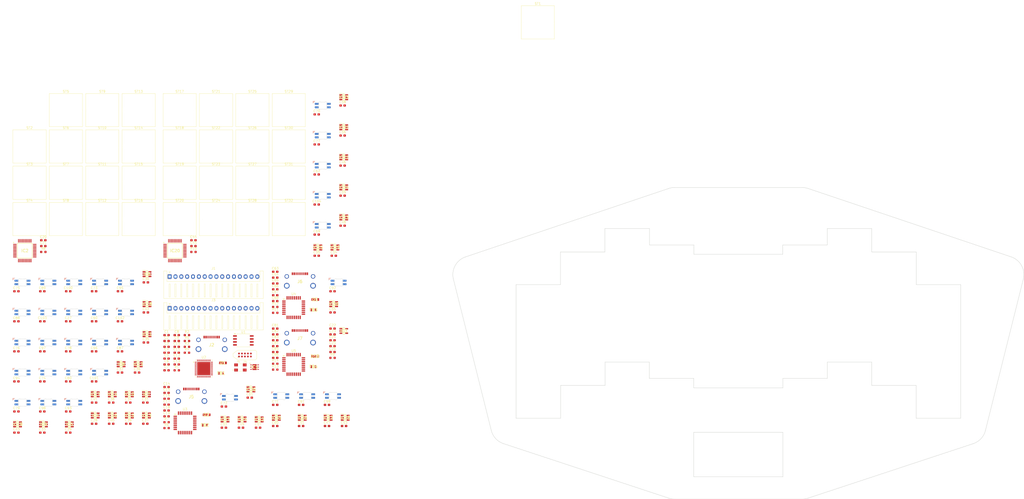
<source format=kicad_pcb>
(kicad_pcb (version 20241229) (generator "pcbnew") (generator_version "9.0")
  (layers (0 "F.Cu" signal) (4 "In1.Cu" power "GND.Cu") (6 "In2.Cu" power "PWR.Cu") (2 "B.Cu" signal) (13 "F.Paste" user) (15 "B.Paste" user) (5 "F.SilkS" user "F.Silkscreen") (7 "B.SilkS" user "B.Silkscreen") (1 "F.Mask" user) (3 "B.Mask" user) (25 "Edge.Cuts" user))
  (net 0 "")
  (net 1 "GND")
  (net 2 "+3.3V")
  (net 3 "/HSE_IN")
  (net 4 "/NRST")
  (net 5 "/HSE_OUT")
  (net 6 "+3.3VA")
  (net 7 "VBUS")
  (net 8 "Net-(D1-K)")
  (net 9 "Net-(D2-A)")
  (net 10 "Net-(D5-A)")
  (net 11 "/LEDs/LED1/DOUT")
  (net 12 "/LEDs/LED/DOUT")
  (net 13 "/LEDs/LED2/DOUT")
  (net 14 "Net-(D18-A)")
  (net 15 "/LEDs/LED_Din")
  (net 16 "/LEDs/LED3/DOUT")
  (net 17 "/LEDs/LED4/DOUT")
  (net 18 "/LEDs/LED5/DOUT")
  (net 19 "/LEDs/LED6/DOUT")
  (net 20 "/LEDs/LED16/DIN")
  (net 21 "/LEDs/LED23/DOUT")
  (net 22 "/LEDs/LED8/DOUT")
  (net 23 "/LEDs/LED10/DIN")
  (net 24 "/LEDs/LED10/DOUT")
  (net 25 "/LEDs/LED11/DOUT")
  (net 26 "/LEDs/LED12/DOUT")
  (net 27 "/LEDs/LED13/DOUT")
  (net 28 "/LEDs/LED14/DOUT")
  (net 29 "/LEDs/LED15/DOUT")
  (net 30 "/LEDs/LED16/DOUT")
  (net 31 "/LEDs/LED17/DOUT")
  (net 32 "/LEDs/LED18/DOUT")
  (net 33 "/LEDs/LED19/DOUT")
  (net 34 "/LEDs/LED20/DOUT")
  (net 35 "/LEDs/LED21/DOUT")
  (net 36 "/LEDs/LED22/DOUT")
  (net 37 "/LEDs/LED24/DOUT")
  (net 38 "/LEDs/LED25/DOUT")
  (net 39 "/LEDs/LED26/DOUT")
  (net 40 "/LEDs/LED27/DOUT")
  (net 41 "/LEDs/LED28/DOUT")
  (net 42 "/LEDs/LED29/DOUT")
  (net 43 "/LEDs/LED30/DOUT")
  (net 44 "/LEDs/LED31/DOUT")
  (net 45 "Net-(IC1-EN)")
  (net 48 "/keys/key_bank2/S3A")
  (net 49 "/keys/key_bank2/S13A")
  (net 50 "/keys/key_bank2/S16B")
  (net 51 "/DA-")
  (net 52 "/keys/key_bank2/S4B")
  (net 53 "/keys/key_bank2/S12B")
  (net 54 "/keys/key_bank2/S2A")
  (net 55 "/keys/key_bank2/S2B")
  (net 56 "/keys/key_bank2/S7A")
  (net 57 "/keys/key_bank2/S1B")
  (net 58 "/keys/key_bank2/S7B")
  (net 59 "/keys/key_bank2/S11B")
  (net 60 "/keys/key_bank2/S6A")
  (net 61 "/keys/key_bank2/S1A")
  (net 62 "/keys/key_bank2/S14A")
  (net 64 "/A3")
  (net 65 "/keys/key_bank2/S10B")
  (net 66 "/keys/key_bank2/S14B")
  (net 67 "/keys/key_bank2/S16A")
  (net 68 "/keys/key_bank2/S6B")
  (net 69 "Net-(IC2-~{CSA})")
  (net 70 "/nWR")
  (net 71 "/keys/key_bank2/S15B")
  (net 72 "/keys/key_bank2/S9A")
  (net 73 "/DA+")
  (net 74 "/keys/key_bank2/S9B")
  (net 75 "/keys/key_bank2/S3B")
  (net 76 "/keys/key_bank2/S10A")
  (net 77 "/keys/key_bank2/S13B")
  (net 78 "/keys/key_bank2/S15A")
  (net 79 "/keys/key_bank2/S8A")
  (net 80 "/A1")
  (net 81 "/keys/key_bank2/S12A")
  (net 82 "/keys/key_bank2/S11A")
  (net 83 "/nCS0")
  (net 84 "/keys/key_bank2/S8B")
  (net 85 "/keys/key_bank2/S5A")
  (net 86 "/A0")
  (net 87 "/keys/key_bank2/S4A")
  (net 88 "/A2")
  (net 89 "/keys/key_bank2/S5B")
  (net 91 "Net-(IC3-Y)")
  (net 123 "/nCS1")
  (net 124 "/keys/key_bank3/S9A")
  (net 125 "/keys/key_bank3/S1B")
  (net 126 "/keys/key_bank3/S16B")
  (net 128 "/keys/key_bank3/S10A")
  (net 129 "/keys/key_bank3/S7B")
  (net 130 "/keys/key_bank3/S6B")
  (net 131 "/keys/key_bank3/S2B")
  (net 132 "/keys/key_bank3/S15A")
  (net 133 "/keys/key_bank3/S5A")
  (net 136 "/keys/key_bank3/S1A")
  (net 137 "/keys/key_bank3/S7A")
  (net 138 "/keys/key_bank3/S6A")
  (net 139 "/keys/key_bank3/S12A")
  (net 140 "/keys/key_bank3/S11B")
  (net 141 "/keys/key_bank3/S3A")
  (net 142 "/keys/key_bank3/S9B")
  (net 143 "/keys/key_bank3/S4B")
  (net 144 "/keys/key_bank3/S12B")
  (net 145 "/keys/key_bank3/S13B")
  (net 146 "/keys/key_bank3/S13A")
  (net 147 "/keys/key_bank3/S8A")
  (net 148 "/keys/key_bank3/S14B")
  (net 149 "/keys/key_bank3/S8B")
  (net 150 "/keys/key_bank3/S15B")
  (net 151 "/keys/key_bank3/S4A")
  (net 152 "/keys/key_bank3/S14A")
  (net 153 "/keys/key_bank3/S16A")
  (net 154 "/keys/key_bank3/S5B")
  (net 155 "/keys/key_bank3/S11A")
  (net 156 "/keys/key_bank3/S3B")
  (net 157 "/keys/key_bank3/S2A")
  (net 158 "/keys/key_bank3/S10B")
  (net 159 "Net-(IC20-~{CSA})")
  (net 192 "/LED_Din")
  (net 193 "/nCS3")
  (net 194 "/nCS2")
  (net 195 "/nCS5")
  (net 196 "/nCS4")
  (net 197 "/UART_RX")
  (net 198 "/UART_TX")
  (net 199 "/SWDIO")
  (net 200 "/SWCLK")
  (net 201 "Net-(J2-CC2)")
  (net 202 "Net-(J2-CC1)")
  (net 204 "/HID_SPI_bridge/USB+")
  (net 205 "/HID_SPI_bridge/USB-")
  (net 208 "/HID_SPI_bridge2/USB+")
  (net 209 "/HID_SPI_bridge2/USB-")
  (net 211 "Net-(J5-CC2)")
  (net 213 "Net-(J5-CC1)")
  (net 216 "/HID_SPI_bridge1/USB-")
  (net 217 "Net-(J6-CC2)")
  (net 218 "/HID_SPI_bridge1/USB+")
  (net 219 "Net-(J6-CC1)")
  (net 220 "/USB-")
  (net 223 "/USB+")
  (net 224 "Net-(J7-CC2)")
  (net 225 "Net-(J7-CC1)")
  (net 226 "Net-(U1-~{HOLD}{slash}~{RESET}{slash}IO_{3})")
  (net 227 "/BOOT0")
  (net 228 "/SPI1_MISO")
  (net 229 "/SPI1_CLK")
  (net 230 "/SPI1_MOSI")
  (net 231 "/nCS_FLASH")
  (net 236 "/CS_USB1")
  (net 239 "/CS_USB3")
  (net 242 "/CS_USB2")
  (footprint "CT100LW-IS6:SOT95P280X135-6N" (layer "F.Cu") (at -143.155 133.95)
    (property "Reference" "IC5")
    (property "Value" "CT100LW-IS6" (hide yes))
  )
  (footprint "kicad-keyboard-parts:MX_SK6812MINI-E_REV" (layer "F.Cu") (at -34.795 43.865)
    (property "Reference" "D6" (hide yes))
    (property "Value" "SK6812MINI-E")
    (fp_line (start -1.699999 5.782842) (end -1.699999 4.377158) (stroke (width 0.1)) (layer "Edge.Cuts"))
    (fp_line (start -0.794452 3.58) (end 0.794452 3.58) (stroke (width 0.1)) (layer "Edge.Cuts"))
    (fp_line (start 0.794452 6.579999) (end -0.794453 6.579999) (stroke (width 0.1)) (layer "Edge.Cuts"))
    (fp_line (start 1.699999 4.377158) (end 1.699999 5.782842) (stroke (width 0.1)) (layer "Edge.Cuts"))
    (fp_arc (start -1.749484 4.16028) (mid -1.712527 4.265932) (end -1.699999 4.377158) (stroke (width 0.1)) (layer "Edge.Cuts"))
    (fp_arc (start -1.749484 4.160281) (mid -1.638072 3.575965) (end -1.046711 3.511701) (stroke (width 0.1)) (layer "Edge.Cuts"))
    (fp_arc (start -1.699999 5.782843) (mid -1.712527 5.894068) (end -1.749484 5.99972) (stroke (width 0.1)) (layer "Edge.Cuts"))
    (fp_arc (start -1.046711 6.648298) (mid -1.638071 6.584034) (end -1.749484 5.99972) (stroke (width 0.1)) (layer "Edge.Cuts"))
    (fp_arc (start -1.046711 6.648298) (mid -0.925123 6.597376) (end -0.794453 6.579999) (stroke (width 0.1)) (layer "Edge.Cuts"))
    (fp_arc (start -0.794452 3.58) (mid -0.925123 3.562623) (end -1.046711 3.511701) (stroke (width 0.1)) (layer "Edge.Cuts"))
    (fp_arc (start 0.794453 6.58) (mid 0.925123 6.597377) (end 1.046711 6.648299) (stroke (width 0.1)) (layer "Edge.Cuts"))
    (fp_arc (start 1.04671 3.511701) (mid 0.925122 3.562623) (end 0.794452 3.58) (stroke (width 0.1)) (layer "Edge.Cuts"))
    (fp_arc (start 1.046711 3.511703) (mid 1.63807 3.575966) (end 1.749484 4.16028) (stroke (width 0.1)) (layer "Edge.Cuts"))
    (fp_arc (start 1.699999 4.377157) (mid 1.712527 4.265932) (end 1.749484 4.16028) (stroke (width 0.1)) (layer "Edge.Cuts"))
    (fp_arc (start 1.749484 5.99972) (mid 1.638071 6.584035) (end 1.046711 6.648299) (stroke (width 0.1)) (layer "Edge.Cuts"))
    (fp_arc (start 1.749484 5.99972) (mid 1.712527 5.894068) (end 1.699999 5.782842) (stroke (width 0.1)) (layer "Edge.Cuts"))
  )
  (footprint "GSB1C4621DS1HR:GSB1C4621DS1HR" (layer "F.Cu") (at -44.56 72.825)
    (property "Reference" "J6")
    (property "Value" "GSB1C4621DS1HR" (hide yes))
  )
  (footprint "Capacitor_SMD:C_0603_1608Metric_Pad1.08x0.95mm_HandSolder" (layer "F.Cu") (at -165.77 137.48)
    (property "Reference" "C43")
    (property "Value" "100nF")
  )
  (footprint "Capacitor_SMD:C_0603_1608Metric_Pad1.08x0.95mm_HandSolder" (layer "F.Cu") (at -101.57 105.79)
    (property "Reference" "C5")
    (property "Value" "100nF")
  )
  (footprint "ADG726BSUZ:QFP50P900X900X120-48N" (layer "F.Cu") (at -97.995 59.625)
    (property "Reference" "IC20")
    (property "Value" "ADG726BSUZ" (hide yes))
  )
  (footprint "kicad-keyboard-parts:MX_SK6812MINI-E_REV" (layer "F.Cu") (at -152.125 80.985)
    (property "Reference" "D35" (hide yes))
    (property "Value" "SK6812MINI-E")
    (fp_line (start -1.699999 5.782842) (end -1.699999 4.377158) (stroke (width 0.1)) (layer "Edge.Cuts"))
    (fp_line (start -0.794452 3.58) (end 0.794452 3.58) (stroke (width 0.1)) (layer "Edge.Cuts"))
    (fp_line (start 0.794452 6.579999) (end -0.794453 6.579999) (stroke (width 0.1)) (layer "Edge.Cuts"))
    (fp_line (start 1.699999 4.377158) (end 1.699999 5.782842) (stroke (width 0.1)) (layer "Edge.Cuts"))
    (fp_arc (start -1.749484 4.16028) (mid -1.712527 4.265932) (end -1.699999 4.377158) (stroke (width 0.1)) (layer "Edge.Cuts"))
    (fp_arc (start -1.749484 4.160281) (mid -1.638072 3.575965) (end -1.046711 3.511701) (stroke (width 0.1)) (layer "Edge.Cuts"))
    (fp_arc (start -1.699999 5.782843) (mid -1.712527 5.894068) (end -1.749484 5.99972) (stroke (width 0.1)) (layer "Edge.Cuts"))
    (fp_arc (start -1.046711 6.648298) (mid -1.638071 6.584034) (end -1.749484 5.99972) (stroke (width 0.1)) (layer "Edge.Cuts"))
    (fp_arc (start -1.046711 6.648298) (mid -0.925123 6.597376) (end -0.794453 6.579999) (stroke (width 0.1)) (layer "Edge.Cuts"))
    (fp_arc (start -0.794452 3.58) (mid -0.925123 3.562623) (end -1.046711 3.511701) (stroke (width 0.1)) (layer "Edge.Cuts"))
    (fp_arc (start 0.794453 6.58) (mid 0.925123 6.597377) (end 1.046711 6.648299) (stroke (width 0.1)) (layer "Edge.Cuts"))
    (fp_arc (start 1.04671 3.511701) (mid 0.925122 3.562623) (end 0.794452 3.58) (stroke (width 0.1)) (layer "Edge.Cuts"))
    (fp_arc (start 1.046711 3.511703) (mid 1.63807 3.575966) (end 1.749484 4.16028) (stroke (width 0.1)) (layer "Edge.Cuts"))
    (fp_arc (start 1.699999 4.377157) (mid 1.712527 4.265932) (end 1.749484 4.16028) (stroke (width 0.1)) (layer "Edge.Cuts"))
    (fp_arc (start 1.749484 5.99972) (mid 1.638071 6.584035) (end 1.046711 6.648299) (stroke (width 0.1)) (layer "Edge.Cuts"))
    (fp_arc (start 1.749484 5.99972) (mid 1.712527 5.894068) (end 1.699999 5.782842) (stroke (width 0.1)) (layer "Edge.Cuts"))
  )
  (footprint "BLM21PG121SN1D:BLM21AG102BH1J" (layer "F.Cu") (at -78.265 112.07)
    (property "Reference" "FB1")
    (property "Value" "120R" (hide yes))
  )
  (footprint "kicad-keyboard-parts:MX_SK6812MINI-E_REV" (layer "F.Cu") (at -129.985 93.845)
    (property "Reference" "D28" (hide yes))
    (property "Value" "SK6812MINI-E")
    (fp_line (start -1.699999 5.782842) (end -1.699999 4.377158) (stroke (width 0.1)) (layer "Edge.Cuts"))
    (fp_line (start -0.794452 3.58) (end 0.794452 3.58) (stroke (width 0.1)) (layer "Edge.Cuts"))
    (fp_line (start 0.794452 6.579999) (end -0.794453 6.579999) (stroke (width 0.1)) (layer "Edge.Cuts"))
    (fp_line (start 1.699999 4.377158) (end 1.699999 5.782842) (stroke (width 0.1)) (layer "Edge.Cuts"))
    (fp_arc (start -1.749484 4.16028) (mid -1.712527 4.265932) (end -1.699999 4.377158) (stroke (width 0.1)) (layer "Edge.Cuts"))
    (fp_arc (start -1.749484 4.160281) (mid -1.638072 3.575965) (end -1.046711 3.511701) (stroke (width 0.1)) (layer "Edge.Cuts"))
    (fp_arc (start -1.699999 5.782843) (mid -1.712527 5.894068) (end -1.749484 5.99972) (stroke (width 0.1)) (layer "Edge.Cuts"))
    (fp_arc (start -1.046711 6.648298) (mid -1.638071 6.584034) (end -1.749484 5.99972) (stroke (width 0.1)) (layer "Edge.Cuts"))
    (fp_arc (start -1.046711 6.648298) (mid -0.925123 6.597376) (end -0.794453 6.579999) (stroke (width 0.1)) (layer "Edge.Cuts"))
    (fp_arc (start -0.794452 3.58) (mid -0.925123 3.562623) (end -1.046711 3.511701) (stroke (width 0.1)) (layer "Edge.Cuts"))
    (fp_arc (start 0.794453 6.58) (mid 0.925123 6.597377) (end 1.046711 6.648299) (stroke (width 0.1)) (layer "Edge.Cuts"))
    (fp_arc (start 1.04671 3.511701) (mid 0.925122 3.562623) (end 0.794452 3.58) (stroke (width 0.1)) (layer "Edge.Cuts"))
    (fp_arc (start 1.046711 3.511703) (mid 1.63807 3.575966) (end 1.749484 4.16028) (stroke (width 0.1)) (layer "Edge.Cuts"))
    (fp_arc (start 1.699999 4.377157) (mid 1.712527 4.265932) (end 1.749484 4.16028) (stroke (width 0.1)) (layer "Edge.Cuts"))
    (fp_arc (start 1.749484 5.99972) (mid 1.638071 6.584035) (end 1.046711 6.648299) (stroke (width 0.1)) (layer "Edge.Cuts"))
    (fp_arc (start 1.749484 5.99972) (mid 1.712527 5.894068) (end 1.699999 5.782842) (stroke (width 0.1)) (layer "Edge.Cuts"))
  )
  (footprint "Switch_Keyboard_Cherry_MX:SW_Cherry_MX_PCB_Mag_1.00u" (layer "F.Cu") (at -49.32 30.55)
    (property "Reference" "ST31")
    (property "Value" "~")
  )
  (footprint "Capacitor_SMD:C_0603_1608Metric_Pad1.08x0.95mm_HandSolder" (layer "F.Cu") (at -101.57 100.77)
    (property "Reference" "C3")
    (property "Value" "6pF")
  )
  (footprint "Resistor_SMD:R_0603_1608Metric_Pad0.98x0.95mm_HandSolder" (layer "F.Cu") (at -154.27 60.15)
    (property "Reference" "R8")
    (property "Value" "10K")
  )
  (footprint "Switch_Keyboard_Cherry_MX:SW_Cherry_MX_PCB_Mag_1.00u" (layer "F.Cu") (at -95.97 -0.55)
    (property "Reference" "ST17")
    (property "Value" "~")
  )
  (footprint "Capacitor_SMD:C_0603_1608Metric_Pad1.08x0.95mm_HandSolder" (layer "F.Cu") (at -154.7 115.56)
    (property "Reference" "C74")
    (property "Value" "100nF")
  )
  (footprint "Capacitor_SMD:C_0603_1608Metric_Pad1.08x0.95mm_HandSolder" (layer "F.Cu") (at -55.12 76.16)
    (property "Reference" "C66")
    (property "Value" "100nF")
  )
  (footprint "Switch_Keyboard_Cherry_MX:SW_Cherry_MX_PCB_Mag_1.00u" (layer "F.Cu") (at -129.07 30.55)
    (property "Reference" "ST11")
    (property "Value" "~")
  )
  (footprint "Capacitor_SMD:C_0603_1608Metric_Pad1.08x0.95mm_HandSolder" (layer "F.Cu") (at -154.7 137.48)
    (property "Reference" "C33")
    (property "Value" "100nF")
  )
  (footprint "Capacitor_SMD:C_0603_1608Metric_Pad1.08x0.95mm_HandSolder" (layer "F.Cu") (at -37.37 1.28)
    (property "Reference" "C70")
    (property "Value" "100nF")
  )
  (footprint "Capacitor_SMD:C_0603_1608Metric_Pad1.08x0.95mm_HandSolder" (layer "F.Cu") (at -55.12 105.49)
    (property "Reference" "C86")
    (property "Value" "1uF")
  )
  (footprint "Capacitor_SMD:C_0603_1608Metric_Pad1.08x0.95mm_HandSolder" (layer "F.Cu") (at -30.61 97.96)
    (property "Reference" "C24")
    (property "Value" "10uF")
  )
  (footprint "Switch_Keyboard_Cherry_MX:SW_Cherry_MX_PCB_Mag_1.00u" (layer "F.Cu") (at -144.62 15)
    (property "Reference" "ST6")
    (property "Value" "~")
  )
  (footprint "Capacitor_SMD:C_0603_1608Metric_Pad1.08x0.95mm_HandSolder" (layer "F.Cu") (at -110.42 98.9)
    (property "Reference" "C35")
    (property "Value" "100nF")
  )
  (footprint "Package_QFP:LQFP-32_7x7mm_P0.8mm" (layer "F.Cu") (at -93.69 133.31)
    (property "Reference" "U3")
    (property "Value" "STM32F042K4Tx")
  )
  (footprint "Capacitor_SMD:C_0603_1608Metric_Pad1.08x0.95mm_HandSolder" (layer "F.Cu") (at -37.37 61.78)
    (property "Reference" "C50")
    (property "Value" "100nF")
  )
  (footprint "Capacitor_SMD:C_0603_1608Metric_Pad1.08x0.95mm_HandSolder" (layer "F.Cu") (at -132.56 124.62)
    (property "Reference" "C41")
    (property "Value" "100nF")
  )
  (footprint "Capacitor_SMD:C_0603_1608Metric_Pad1.08x0.95mm_HandSolder" (layer "F.Cu") (at -101.57 122.98)
    (property "Reference" "C16")
    (property "Value" "100nF")
  )
  (footprint "kicad-keyboard-parts:MX_SK6812MINI-E_REV" (layer "F.Cu") (at -129.985 80.985)
    (property "Reference" "D22" (hide yes))
    (property "Value" "SK6812MINI-E")
    (fp_line (start -1.699999 5.782842) (end -1.699999 4.377158) (stroke (width 0.1)) (layer "Edge.Cuts"))
    (fp_line (start -0.794452 3.58) (end 0.794452 3.58) (stroke (width 0.1)) (layer "Edge.Cuts"))
    (fp_line (start 0.794452 6.579999) (end -0.794453 6.579999) (stroke (width 0.1)) (layer "Edge.Cuts"))
    (fp_line (start 1.699999 4.377158) (end 1.699999 5.782842) (stroke (width 0.1)) (layer "Edge.Cuts"))
    (fp_arc (start -1.749484 4.16028) (mid -1.712527 4.265932) (end -1.699999 4.377158) (stroke (width 0.1)) (layer "Edge.Cuts"))
    (fp_arc (start -1.749484 4.160281) (mid -1.638072 3.575965) (end -1.046711 3.511701) (stroke (width 0.1)) (layer "Edge.Cuts"))
    (fp_arc (start -1.699999 5.782843) (mid -1.712527 5.894068) (end -1.749484 5.99972) (stroke (width 0.1)) (layer "Edge.Cuts"))
    (fp_arc (start -1.046711 6.648298) (mid -1.638071 6.584034) (end -1.749484 5.99972) (stroke (width 0.1)) (layer "Edge.Cuts"))
    (fp_arc (start -1.046711 6.648298) (mid -0.925123 6.597376) (end -0.794453 6.579999) (stroke (width 0.1)) (layer "Edge.Cuts"))
    (fp_arc (start -0.794452 3.58) (mid -0.925123 3.562623) (end -1.046711 3.511701) (stroke (width 0.1)) (layer "Edge.Cuts"))
    (fp_arc (start 0.794453 6.58) (mid 0.925123 6.597377) (end 1.046711 6.648299) (stroke (width 0.1)) (layer "Edge.Cuts"))
    (fp_arc (start 1.04671 3.511701) (mid 0.925122 3.562623) (end 0.794452 3.58) (stroke (width 0.1)) (layer "Edge.Cuts"))
    (fp_arc (start 1.046711 3.511703) (mid 1.63807 3.575966) (end 1.749484 4.16028) (stroke (width 0.1)) (layer "Edge.Cuts"))
    (fp_arc (start 1.699999 4.377157) (mid 1.712527 4.265932) (end 1.749484 4.16028) (stroke (width 0.1)) (layer "Edge.Cuts"))
    (fp_arc (start 1.749484 5.99972) (mid 1.638071 6.584035) (end 1.046711 6.648299) (stroke (width 0.1)) (layer "Edge.Cuts"))
    (fp_arc (start 1.749484 5.99972) (mid 1.712527 5.894068) (end 1.699999 5.782842) (stroke (width 0.1)) (layer "Edge.Cuts"))
  )
  (footprint "Switch_Keyboard_Cherry_MX:SW_Cherry_MX_PCB_Mag_1.00u" (layer "F.Cu") (at -129.07 -0.55)
    (property "Reference" "ST9")
    (property "Value" "~")
  )
  (footprint "kicad-keyboard-parts:MX_SK6812MINI-E_REV" (layer "F.Cu") (at -141.055 106.705)
    (property "Reference" "D17" (hide yes))
    (property "Value" "SK6812MINI-E")
    (fp_line (start -1.699999 5.782842) (end -1.699999 4.377158) (stroke (width 0.1)) (layer "Edge.Cuts"))
    (fp_line (start -0.794452 3.58) (end 0.794452 3.58) (stroke (width 0.1)) (layer "Edge.Cuts"))
    (fp_line (start 0.794452 6.579999) (end -0.794453 6.579999) (stroke (width 0.1)) (layer "Edge.Cuts"))
    (fp_line (start 1.699999 4.377158) (end 1.699999 5.782842) (stroke (width 0.1)) (layer "Edge.Cuts"))
    (fp_arc (start -1.749484 4.16028) (mid -1.712527 4.265932) (end -1.699999 4.377158) (stroke (width 0.1)) (layer "Edge.Cuts"))
    (fp_arc (start -1.749484 4.160281) (mid -1.638072 3.575965) (end -1.046711 3.511701) (stroke (width 0.1)) (layer "Edge.Cuts"))
    (fp_arc (start -1.699999 5.782843) (mid -1.712527 5.894068) (end -1.749484 5.99972) (stroke (width 0.1)) (layer "Edge.Cuts"))
    (fp_arc (start -1.046711 6.648298) (mid -1.638071 6.584034) (end -1.749484 5.99972) (stroke (width 0.1)) (layer "Edge.Cuts"))
    (fp_arc (start -1.046711 6.648298) (mid -0.925123 6.597376) (end -0.794453 6.579999) (stroke (width 0.1)) (layer "Edge.Cuts"))
    (fp_arc (start -0.794452 3.58) (mid -0.925123 3.562623) (end -1.046711 3.511701) (stroke (width 0.1)) (layer "Edge.Cuts"))
    (fp_arc (start 0.794453 6.58) (mid 0.925123 6.597377) (end 1.046711 6.648299) (stroke (width 0.1)) (layer "Edge.Cuts"))
    (fp_arc (start 1.04671 3.511701) (mid 0.925122 3.562623) (end 0.794452 3.58) (stroke (width 0.1)) (layer "Edge.Cuts"))
    (fp_arc (start 1.046711 3.511703) (mid 1.63807 3.575966) (end 1.749484 4.16028) (stroke (width 0.1)) (layer "Edge.Cuts"))
    (fp_arc (start 1.699999 4.377157) (mid 1.712527 4.265932) (end 1.749484 4.16028) (stroke (width 0.1)) (layer "Edge.Cuts"))
    (fp_arc (start 1.749484 5.99972) (mid 1.638071 6.584035) (end 1.046711 6.648299) (stroke (width 0.1)) (layer "Edge.Cuts"))
    (fp_arc (start 1.749484 5.99972) (mid 1.712527 5.894068) (end 1.699999 5.782842) (stroke (width 0.1)) (layer "Edge.Cuts"))
  )
  (footprint "BLM21PG121SN1D:BLM21AG102BH1J" (layer "F.Cu") (at -85.235 134.28)
    (property "Reference" "FB2")
    (property "Value" "120R" (hide yes))
  )
  (footprint "Capacitor_SMD:C_0603_1608Metric_Pad1.08x0.95mm_HandSolder" (layer "F.Cu") (at -55.12 92.94)
    (property "Reference" "C81")
    (property "Value" "4.7nF")
  )
  (footprint "kicad-keyboard-parts:MX_SK6812MINI-E_REV" (layer "F.Cu") (at -118.915 68.125)
    (property "Reference" "D27" (hide yes))
    (property "Value" "SK6812MINI-E")
    (fp_line (start -1.699999 5.782842) (end -1.699999 4.377158) (stroke (width 0.1)) (layer "Edge.Cuts"))
    (fp_line (start -0.794452 3.58) (end 0.794452 3.58) (stroke (width 0.1)) (layer "Edge.Cuts"))
    (fp_line (start 0.794452 6.579999) (end -0.794453 6.579999) (stroke (width 0.1)) (layer "Edge.Cuts"))
    (fp_line (start 1.699999 4.377158) (end 1.699999 5.782842) (stroke (width 0.1)) (layer "Edge.Cuts"))
    (fp_arc (start -1.749484 4.16028) (mid -1.712527 4.265932) (end -1.699999 4.377158) (stroke (width 0.1)) (layer "Edge.Cuts"))
    (fp_arc (start -1.749484 4.160281) (mid -1.638072 3.575965) (end -1.046711 3.511701) (stroke (width 0.1)) (layer "Edge.Cuts"))
    (fp_arc (start -1.699999 5.782843) (mid -1.712527 5.894068) (end -1.749484 5.99972) (stroke (width 0.1)) (layer "Edge.Cuts"))
    (fp_arc (start -1.046711 6.648298) (mid -1.638071 6.584034) (end -1.749484 5.99972) (stroke (width 0.1)) (layer "Edge.Cuts"))
    (fp_arc (start -1.046711 6.648298) (mid -0.925123 6.597376) (end -0.794453 6.579999) (stroke (width 0.1)) (layer "Edge.Cuts"))
    (fp_arc (start -0.794452 3.58) (mid -0.925123 3.562623) (end -1.046711 3.511701) (stroke (width 0.1)) (layer "Edge.Cuts"))
    (fp_arc (start 0.794453 6.58) (mid 0.925123 6.597377) (end 1.046711 6.648299) (stroke (width 0.1)) (layer "Edge.Cuts"))
    (fp_arc (start 1.04671 3.511701) (mid 0.925122 3.562623) (end 0.794452 3.58) (stroke (width 0.1)) (layer "Edge.Cuts"))
    (fp_arc (start 1.046711 3.511703) (mid 1.63807 3.575966) (end 1.749484 4.16028) (stroke (width 0.1)) (layer "Edge.Cuts"))
    (fp_arc (start 1.699999 4.377157) (mid 1.712527 4.265932) (end 1.749484 4.16028) (stroke (width 0.1)) (layer "Edge.Cuts"))
    (fp_arc (start 1.749484 5.99972) (mid 1.638071 6.584035) (end 1.046711 6.648299) (stroke (width 0.1)) (layer "Edge.Cuts"))
    (fp_arc (start 1.749484 5.99972) (mid 1.712527 5.894068) (end 1.699999 5.782842) (stroke (width 0.1)) (layer "Edge.Cuts"))
  )
  (footprint "kicad-keyboard-parts:MX_SK6812MINI-E_REV" (layer "F.Cu") (at -34.795 -7.575)
    (property "Reference" "D7" (hide yes))
    (property "Value" "SK6812MINI-E")
    (fp_line (start -1.699999 5.782842) (end -1.699999 4.377158) (stroke (width 0.1)) (layer "Edge.Cuts"))
    (fp_line (start -0.794452 3.58) (end 0.794452 3.58) (stroke (width 0.1)) (layer "Edge.Cuts"))
    (fp_line (start 0.794452 6.579999) (end -0.794453 6.579999) (stroke (width 0.1)) (layer "Edge.Cuts"))
    (fp_line (start 1.699999 4.377158) (end 1.699999 5.782842) (stroke (width 0.1)) (layer "Edge.Cuts"))
    (fp_arc (start -1.749484 4.16028) (mid -1.712527 4.265932) (end -1.699999 4.377158) (stroke (width 0.1)) (layer "Edge.Cuts"))
    (fp_arc (start -1.749484 4.160281) (mid -1.638072 3.575965) (end -1.046711 3.511701) (stroke (width 0.1)) (layer "Edge.Cuts"))
    (fp_arc (start -1.699999 5.782843) (mid -1.712527 5.894068) (end -1.749484 5.99972) (stroke (width 0.1)) (layer "Edge.Cuts"))
    (fp_arc (start -1.046711 6.648298) (mid -1.638071 6.584034) (end -1.749484 5.99972) (stroke (width 0.1)) (layer "Edge.Cuts"))
    (fp_arc (start -1.046711 6.648298) (mid -0.925123 6.597376) (end -0.794453 6.579999) (stroke (width 0.1)) (layer "Edge.Cuts"))
    (fp_arc (start -0.794452 3.58) (mid -0.925123 3.562623) (end -1.046711 3.511701) (stroke (width 0.1)) (layer "Edge.Cuts"))
    (fp_arc (start 0.794453 6.58) (mid 0.925123 6.597377) (end 1.046711 6.648299) (stroke (width 0.1)) (layer "Edge.Cuts"))
    (fp_arc (start 1.04671 3.511701) (mid 0.925122 3.562623) (end 0.794452 3.58) (stroke (width 0.1)) (layer "Edge.Cuts"))
    (fp_arc (start 1.046711 3.511703) (mid 1.63807 3.575966) (end 1.749484 4.16028) (stroke (width 0.1)) (layer "Edge.Cuts"))
    (fp_arc (start 1.699999 4.377157) (mid 1.712527 4.265932) (end 1.749484 4.16028) (stroke (width 0.1)) (layer "Edge.Cuts"))
    (fp_arc (start 1.749484 5.99972) (mid 1.638071 6.584035) (end 1.046711 6.648299) (stroke (width 0.1)) (layer "Edge.Cuts"))
    (fp_arc (start 1.749484 5.99972) (mid 1.712527 5.894068) (end 1.699999 5.782842) (stroke (width 0.1)) (layer "Edge.Cuts"))
  )
  (footprint "kicad-keyboard-parts:MX_SK6812MINI-E_REV" (layer "F.Cu") (at -129.985 106.705)
    (property "Reference" "D33" (hide yes))
    (property "Value" "SK6812MINI-E")
    (fp_line (start -1.699999 5.782842) (end -1.699999 4.377158) (stroke (width 0.1)) (layer "Edge.Cuts"))
    (fp_line (start -0.794452 3.58) (end 0.794452 3.58) (stroke (width 0.1)) (layer "Edge.Cuts"))
    (fp_line (start 0.794452 6.579999) (end -0.794453 6.579999) (stroke (width 0.1)) (layer "Edge.Cuts"))
    (fp_line (start 1.699999 4.377158) (end 1.699999 5.782842) (stroke (width 0.1)) (layer "Edge.Cuts"))
    (fp_arc (start -1.749484 4.16028) (mid -1.712527 4.265932) (end -1.699999 4.377158) (stroke (width 0.1)) (layer "Edge.Cuts"))
    (fp_arc (start -1.749484 4.160281) (mid -1.638072 3.575965) (end -1.046711 3.511701) (stroke (width 0.1)) (layer "Edge.Cuts"))
    (fp_arc (start -1.699999 5.782843) (mid -1.712527 5.894068) (end -1.749484 5.99972) (stroke (width 0.1)) (layer "Edge.Cuts"))
    (fp_arc (start -1.046711 6.648298) (mid -1.638071 6.584034) (end -1.749484 5.99972) (stroke (width 0.1)) (layer "Edge.Cuts"))
    (fp_arc (start -1.046711 6.648298) (mid -0.925123 6.597376) (end -0.794453 6.579999) (stroke (width 0.1)) (layer "Edge.Cuts"))
    (fp_arc (start -0.794452 3.58) (mid -0.925123 3.562623) (end -1.046711 3.511701) (stroke (width 0.1)) (layer "Edge.Cuts"))
    (fp_arc (start 0.794453 6.58) (mid 0.925123 6.597377) (end 1.046711 6.648299) (stroke (width 0.1)) (layer "Edge.Cuts"))
    (fp_arc (start 1.04671 3.511701) (mid 0.925122 3.562623) (end 0.794452 3.58) (stroke (width 0.1)) (layer "Edge.Cuts"))
    (fp_arc (start 1.046711 3.511703) (mid 1.63807 3.575966) (end 1.749484 4.16028) (stroke (width 0.1)) (layer "Edge.Cuts"))
    (fp_arc (start 1.699999 4.377157) (mid 1.712527 4.265932) (end 1.749484 4.16028) (stroke (width 0.1)) (layer "Edge.Cuts"))
    (fp_arc (start 1.749484 5.99972) (mid 1.638071 6.584035) (end 1.046711 6.648299) (stroke (width 0.1)) (layer "Edge.Cuts"))
    (fp_arc (start 1.749484 5.99972) (mid 1.712527 5.894068) (end 1.699999 5.782842) (stroke (width 0.1)) (layer "Edge.Cuts"))
  )
  (footprint "Resistor_SMD:R_0603_1608Metric_Pad0.98x0.95mm_HandSolder" (layer "F.Cu") (at -92.87 95.75)
    (property "Reference" "R2")
    (property "Value" "10k")
  )
  (footprint "kicad-keyboard-parts:MX_SK6812MINI-E_REV" (layer "F.Cu") (at -141.055 93.845)
    (property "Reference" "D15" (hide yes))
    (property "Value" "SK6812MINI-E")
    (fp_line (start -1.699999 5.782842) (end -1.699999 4.377158) (stroke (width 0.1)) (layer "Edge.Cuts"))
    (fp_line (start -0.794452 3.58) (end 0.794452 3.58) (stroke (width 0.1)) (layer "Edge.Cuts"))
    (fp_line (start 0.794452 6.579999) (end -0.794453 6.579999) (stroke (width 0.1)) (layer "Edge.Cuts"))
    (fp_line (start 1.699999 4.377158) (end 1.699999 5.782842) (stroke (width 0.1)) (layer "Edge.Cuts"))
    (fp_arc (start -1.749484 4.16028) (mid -1.712527 4.265932) (end -1.699999 4.377158) (stroke (width 0.1)) (layer "Edge.Cuts"))
    (fp_arc (start -1.749484 4.160281) (mid -1.638072 3.575965) (end -1.046711 3.511701) (stroke (width 0.1)) (layer "Edge.Cuts"))
    (fp_arc (start -1.699999 5.782843) (mid -1.712527 5.894068) (end -1.749484 5.99972) (stroke (width 0.1)) (layer "Edge.Cuts"))
    (fp_arc (start -1.046711 6.648298) (mid -1.638071 6.584034) (end -1.749484 5.99972) (stroke (width 0.1)) (layer "Edge.Cuts"))
    (fp_arc (start -1.046711 6.648298) (mid -0.925123 6.597376) (end -0.794453 6.579999) (stroke (width 0.1)) (layer "Edge.Cuts"))
    (fp_arc (start -0.794452 3.58) (mid -0.925123 3.562623) (end -1.046711 3.511701) (stroke (width 0.1)) (layer "Edge.Cuts"))
    (fp_arc (start 0.794453 6.58) (mid 0.925123 6.597377) (end 1.046711 6.648299) (stroke (width 0.1)) (layer "Edge.Cuts"))
    (fp_arc (start 1.04671 3.511701) (mid 0.925122 3.562623) (end 0.794452 3.58) (stroke (width 0.1)) (layer "Edge.Cuts"))
    (fp_arc (start 1.046711 3.511703) (mid 1.63807 3.575966) (end 1.749484 4.16028) (stroke (width 0.1)) (layer "Edge.Cuts"))
    (fp_arc (start 1.699999 4.377157) (mid 1.712527 4.265932) (end 1.749484 4.16028) (stroke (width 0.1)) (layer "Edge.Cuts"))
    (fp_arc (start 1.749484 5.99972) (mid 1.638071 6.584035) (end 1.046711 6.648299) (stroke (width 0.1)) (layer "Edge.Cuts"))
    (fp_arc (start 1.749484 5.99972) (mid 1.712527 5.894068) (end 1.699999 5.782842) (stroke (width 0.1)) (layer "Edge.Cuts"))
  )
  (footprint "Resistor_SMD:R_0603_1608Metric_Pad0.98x0.95mm_HandSolder" (layer "F.Cu") (at -55.12 86.2)
    (property "Reference" "R11")
    (property "Value" "5.1k")
  )
  (footprint "Resistor_SMD:R_0603_1608Metric_Pad0.98x0.95mm_HandSolder" (layer "F.Cu") (at -97.22 110.81)
    (property "Reference" "R1")
    (property "Value" "10k")
  )
  (footprint "Switch_Keyboard_Cherry_MX:SW_Cherry_MX_PCB_Mag_1.00u" (layer "F.Cu") (at -113.52 -0.55)
    (property "Reference" "ST13")
    (property "Value" "~")
  )
  (footprint "CT100LW-IS6:SOT95P280X135-6N" (layer "F.Cu") (at -165.295 133.95)
    (property "Reference" "IC19")
    (property "Value" "CT100LW-IS6" (hide yes))
  )
  (footprint "Capacitor_SMD:C_0603_1608Metric_Pad1.08x0.95mm_HandSolder" (layer "F.Cu") (at -69.76 135.37)
    (property "Reference" "C49")
    (property "Value" "100nF")
  )
  (footprint "Capacitor_SMD:C_0603_1608Metric_Pad1.08x0.95mm_HandSolder" (layer "F.Cu") (at -55.12 73.65)
    (property "Reference" "C65")
    (property "Value" "100nF")
  )
  (footprint "Switch_Keyboard_Cherry_MX:SW_Cherry_MX_PCB_Mag_1.00u" (layer "F.Cu") (at -49.32 15)
    (property "Reference" "ST30")
    (property "Value" "~")
  )
  (footprint "Switch_Keyboard_Cherry_MX:SW_Cherry_MX_PCB_Mag_1.00u" (layer "F.Cu") (at -144.62 -0.55)
    (property "Reference" "ST5")
    (property "Value" "~")
  )
  (footprint "Capacitor_SMD:C_0603_1608Metric_Pad1.08x0.95mm_HandSolder" (layer "F.Cu") (at -110.66 124.62)
    (property "Reference" "C31")
    (property "Value" "100nF")
  )
  (footprint "Switch_Keyboard_Cherry_MX:SW_Cherry_MX_PCB_Mag_1.00u" (layer "F.Cu") (at -64.87 -0.55)
    (property "Reference" "ST25")
    (property "Value" "~")
  )
  (footprint "Capacitor_SMD:C_0603_1608Metric_Pad1.08x0.95mm_HandSolder" (layer "F.Cu") (at -65.99 122.51)
    (property "Reference" "C61")
    (property "Value" "100nF")
  )
  (footprint "kicad-keyboard-parts:MX_SK6812MINI-E_REV" (layer "F.Cu") (at -163.195 119.565)
    (property "Reference" "D16" (hide yes))
    (property "Value" "SK6812MINI-E")
    (fp_line (start -1.699999 5.782842) (end -1.699999 4.377158) (stroke (width 0.1)) (layer "Edge.Cuts"))
    (fp_line (start -0.794452 3.58) (end 0.794452 3.58) (stroke (width 0.1)) (layer "Edge.Cuts"))
    (fp_line (start 0.794452 6.579999) (end -0.794453 6.579999) (stroke (width 0.1)) (layer "Edge.Cuts"))
    (fp_line (start 1.699999 4.377158) (end 1.699999 5.782842) (stroke (width 0.1)) (layer "Edge.Cuts"))
    (fp_arc (start -1.749484 4.16028) (mid -1.712527 4.265932) (end -1.699999 4.377158) (stroke (width 0.1)) (layer "Edge.Cuts"))
    (fp_arc (start -1.749484 4.160281) (mid -1.638072 3.575965) (end -1.046711 3.511701) (stroke (width 0.1)) (layer "Edge.Cuts"))
    (fp_arc (start -1.699999 5.782843) (mid -1.712527 5.894068) (end -1.749484 5.99972) (stroke (width 0.1)) (layer "Edge.Cuts"))
    (fp_arc (start -1.046711 6.648298) (mid -1.638071 6.584034) (end -1.749484 5.99972) (stroke (width 0.1)) (layer "Edge.Cuts"))
    (fp_arc (start -1.046711 6.648298) (mid -0.925123 6.597376) (end -0.794453 6.579999) (stroke (width 0.1)) (layer "Edge.Cuts"))
    (fp_arc (start -0.794452 3.58) (mid -0.925123 3.562623) (end -1.046711 3.511701) (stroke (width 0.1)) (layer "Edge.Cuts"))
    (fp_arc (start 0.794453 6.58) (mid 0.925123 6.597377) (end 1.046711 6.648299) (stroke (width 0.1)) (layer "Edge.Cuts"))
    (fp_arc (start 1.04671 3.511701) (mid 0.925122 3.562623) (end 0.794452 3.58) (stroke (width 0.1)) (layer "Edge.Cuts"))
    (fp_arc (start 1.046711 3.511703) (mid 1.63807 3.575966) (end 1.749484 4.16028) (stroke (width 0.1)) (layer "Edge.Cuts"))
    (fp_arc (start 1.699999 4.377157) (mid 1.712527 4.265932) (end 1.749484 4.16028) (stroke (width 0.1)) (layer "Edge.Cuts"))
    (fp_arc (start 1.749484 5.99972) (mid 1.638071 6.584035) (end 1.046711 6.648299) (stroke (width 0.1)) (layer "Edge.Cuts"))
    (fp_arc (start 1.749484 5.99972) (mid 1.712527 5.894068) (end 1.699999 5.782842) (stroke (width 0.1)) (layer "Edge.Cuts"))
  )
  (footprint "Resistor_SMD:R_0603_1608Metric_Pad0.98x0.95mm_HandSolder" (layer "F.Cu") (at -55.12 110.51)
    (property "Reference" "R13")
    (property "Value" "5.1k")
  )
  (footprint "CT100LW-IS6:SOT95P280X135-6N" (layer "F.Cu") (at -25.825 19.67)
    (property "Reference" "IC21")
    (property "Value" "CT100LW-IS6" (hide yes))
  )
  (footprint "Capacitor_SMD:C_0603_1608Metric_Pad1.08x0.95mm_HandSolder" (layer "F.Cu") (at -90.07 57.64)
    (property "Reference" "C45")
    (property "Value" "10uF")
  )
  (footprint "Capacitor_SMD:C_0603_1608Metric_Pad1.08x0.95mm_HandSolder" (layer "F.Cu") (at -154.27 55.13)
    (property "Reference" "C20")
    (property "Value" "100nF")
  )
  (footprint "Capacitor_SMD:C_0603_1608Metric_Pad1.08x0.95mm_HandSolder" (layer "F.Cu") (at -121.49 76.98)
    (property "Reference" "C95")
    (property "Value" "100nF")
  )
  (footprint "Capacitor_SMD:C_0603_1608Metric_Pad1.08x0.95mm_HandSolder" (layer "F.Cu") (at -32.98 125.6)
    (property "Reference" "C99")
    (property "Value" "100nF")
  )
  (footprint "CUHS20S30:CUHS20S40H3F" (layer "F.Cu") (at -77.165 107.645)
    (property "Reference" "D1")
    (property "Value" "D_Schottky" (hide yes))
  )
  (footprint "kicad-keyboard-parts:MX_SK6812MINI-E_REV" (layer "F.Cu") (at -28.035 68.125)
    (property "Reference" "D24" (hide yes))
    (property "Value" "SK6812MINI-E")
    (fp_line (start -1.699999 5.782842) (end -1.699999 4.377158) (stroke (width 0.1)) (layer "Edge.Cuts"))
    (fp_line (start -0.794452 3.58) (end 0.794452 3.58) (stroke (width 0.1)) (layer "Edge.Cuts"))
    (fp_line (start 0.794452 6.579999) (end -0.794453 6.579999) (stroke (width 0.1)) (layer "Edge.Cuts"))
    (fp_line (start 1.699999 4.377158) (end 1.699999 5.782842) (stroke (width 0.1)) (layer "Edge.Cuts"))
    (fp_arc (start -1.749484 4.16028) (mid -1.712527 4.265932) (end -1.699999 4.377158) (stroke (width 0.1)) (layer "Edge.Cuts"))
    (fp_arc (start -1.749484 4.160281) (mid -1.638072 3.575965) (end -1.046711 3.511701) (stroke (width 0.1)) (layer "Edge.Cuts"))
    (fp_arc (start -1.699999 5.782843) (mid -1.712527 5.894068) (end -1.749484 5.99972) (stroke (width 0.1)) (layer "Edge.Cuts"))
    (fp_arc (start -1.046711 6.648298) (mid -1.638071 6.584034) (end -1.749484 5.99972) (stroke (width 0.1)) (layer "Edge.Cuts"))
    (fp_arc (start -1.046711 6.648298) (mid -0.925123 6.597376) (end -0.794453 6.579999) (stroke (width 0.1)) (layer "Edge.Cuts"))
    (fp_arc (start -0.794452 3.58) (mid -0.925123 3.562623) (end -1.046711 3.511701) (stroke (width 0.1)) (layer "Edge.Cuts"))
    (fp_arc (start 0.794453 6.58) (mid 0.925123 6.597377) (end 1.046711 6.648299) (stroke (width 0.1)) (layer "Edge.Cuts"))
    (fp_arc (start 1.04671 3.511701) (mid 0.925122 3.562623) (end 0.794452 3.58) (stroke (width 0.1)) (layer "Edge.Cuts"))
    (fp_arc (start 1.046711 3.511703) (mid 1.63807 3.575966) (end 1.749484 4.16028) (stroke (width 0.1)) (layer "Edge.Cuts"))
    (fp_arc (start 1.699999 4.377157) (mid 1.712527 4.265932) (end 1.749484 4.16028) (stroke (width 0.1)) (layer "Edge.Cuts"))
    (fp_arc (start 1.749484 5.99972) (mid 1.638071 6.584035) (end 1.046711 6.648299) (stroke (width 0.1)) (layer "Edge.Cuts"))
    (fp_arc (start 1.749484 5.99972) (mid 1.712527 5.894068) (end 1.699999 5.782842) (stroke (width 0.1)) (layer "Edge.Cuts"))
  )
  (footprint "kicad-keyboard-parts:MX_SK6812MINI-E_REV" (layer "F.Cu") (at -118.915 80.985)
    (property "Reference" "D34" (hide yes))
    (property "Value" "SK6812MINI-E")
    (fp_line (start -1.699999 5.782842) (end -1.699999 4.377158) (stroke (width 0.1)) (layer "Edge.Cuts"))
    (fp_line (start -0.794452 3.58) (end 0.794452 3.58) (stroke (width 0.1)) (layer "Edge.Cuts"))
    (fp_line (start 0.794452 6.579999) (end -0.794453 6.579999) (stroke (width 0.1)) (layer "Edge.Cuts"))
    (fp_line (start 1.699999 4.377158) (end 1.699999 5.782842) (stroke (width 0.1)) (layer "Edge.Cuts"))
    (fp_arc (start -1.749484 4.16028) (mid -1.712527 4.265932) (end -1.699999 4.377158) (stroke (width 0.1)) (layer "Edge.Cuts"))
    (fp_arc (start -1.749484 4.160281) (mid -1.638072 3.575965) (end -1.046711 3.511701) (stroke (width 0.1)) (layer "Edge.Cuts"))
    (fp_arc (start -1.699999 5.782843) (mid -1.712527 5.894068) (end -1.749484 5.99972) (stroke (width 0.1)) (layer "Edge.Cuts"))
    (fp_arc (start -1.046711 6.648298) (mid -1.638071 6.584034) (end -1.749484 5.99972) (stroke (width 0.1)) (layer "Edge.Cuts"))
    (fp_arc (start -1.046711 6.648298) (mid -0.925123 6.597376) (end -0.794453 6.579999) (stroke (width 0.1)) (layer "Edge.Cuts"))
    (fp_arc (start -0.794452 3.58) (mid -0.925123 3.562623) (end -1.046711 3.511701) (stroke (width 0.1)) (layer "Edge.Cuts"))
    (fp_arc (start 0.794453 6.58) (mid 0.925123 6.597377) (end 1.046711 6.648299) (stroke (width 0.1)) (layer "Edge.Cuts"))
    (fp_arc (start 1.04671 3.511701) (mid 0.925122 3.562623) (end 0.794452 3.58) (stroke (width 0.1)) (layer "Edge.Cuts"))
    (fp_arc (start 1.046711 3.511703) (mid 1.63807 3.575966) (end 1.749484 4.16028) (stroke (width 0.1)) (layer "Edge.Cuts"))
    (fp_arc (start 1.699999 4.377157) (mid 1.712527 4.265932) (end 1.749484 4.16028) (stroke (width 0.1)) (layer "Edge.Cuts"))
    (fp_arc (start 1.749484 5.99972) (mid 1.638071 6.584035) (end 1.046711 6.648299) (stroke (width 0.1)) (layer "Edge.Cuts"))
    (fp_arc (start 1.749484 5.99972) (mid 1.712527 5.894068) (end 1.699999 5.782842) (stroke (width 0.1)) (layer "Edge.Cuts"))
  )
  (footprint "kicad-keyboard-parts:MX_SK6812MINI-E_REV" (layer "F.Cu") (at -152.125 68.125)
    (property "Reference" "D21" (hide yes))
    (property "Value" "SK6812MINI-E")
    (fp_line (start -1.699999 5.782842) (end -1.699999 4.377158) (stroke (width 0.1)) (layer "Edge.Cuts"))
    (fp_line (start -0.794452 3.58) (end 0.794452 3.58) (stroke (width 0.1)) (layer "Edge.Cuts"))
    (fp_line (start 0.794452 6.579999) (end -0.794453 6.579999) (stroke (width 0.1)) (layer "Edge.Cuts"))
    (fp_line (start 1.699999 4.377158) (end 1.699999 5.782842) (stroke (width 0.1)) (layer "Edge.Cuts"))
    (fp_arc (start -1.749484 4.16028) (mid -1.712527 4.265932) (end -1.699999 4.377158) (stroke (width 0.1)) (layer "Edge.Cuts"))
    (fp_arc (start -1.749484 4.160281) (mid -1.638072 3.575965) (end -1.046711 3.511701) (stroke (width 0.1)) (layer "Edge.Cuts"))
    (fp_arc (start -1.699999 5.782843) (mid -1.712527 5.894068) (end -1.749484 5.99972) (stroke (width 0.1)) (layer "Edge.Cuts"))
    (fp_arc (start -1.046711 6.648298) (mid -1.638071 6.584034) (end -1.749484 5.99972) (stroke (width 0.1)) (layer "Edge.Cuts"))
    (fp_arc (start -1.046711 6.648298) (mid -0.925123 6.597376) (end -0.794453 6.579999) (stroke (width 0.1)) (layer "Edge.Cuts"))
    (fp_arc (start -0.794452 3.58) (mid -0.925123 3.562623) (end -1.046711 3.511701) (stroke (width 0.1)) (layer "Edge.Cuts"))
    (fp_arc (start 0.794453 6.58) (mid 0.925123 6.597377) (end 1.046711 6.648299) (stroke (width 0.1)) (layer "Edge.Cuts"))
    (fp_arc (start 1.04671 3.511701) (mid 0.925122 3.562623) (end 0.794452 3.58) (stroke (width 0.1)) (layer "Edge.Cuts"))
    (fp_arc (start 1.046711 3.511703) (mid 1.63807 3.575966) (end 1.749484 4.16028) (stroke (width 0.1)) (layer "Edge.Cuts"))
    (fp_arc (start 1.699999 4.377157) (mid 1.712527 4.265932) (end 1.749484 4.16028) (stroke (width 0.1)) (layer "Edge.Cuts"))
    (fp_arc (start 1.749484 5.99972) (mid 1.638071 6.584035) (end 1.046711 6.648299) (stroke (width 0.1)) (layer "Edge.Cuts"))
    (fp_arc (start 1.749484 5.99972) (mid 1.712527 5.894068) (end 1.699999 5.782842) (stroke (width 0.1)) (layer "Edge.Cuts"))
  )
  (footprint "Capacitor_SMD:C_0603_1608Metric_Pad1.08x0.95mm_HandSolder" (layer "F.Cu") (at -132.56 102.7)
    (property "Reference" "C96")
    (property "Value" "100nF")
  )
  (footprint "kicad-keyboard-parts:MX_SK6812MINI-E_REV" (layer "F.Cu") (at -152.125 93.845)
    (property "Reference" "D29" (hide yes))
    (property "Value" "SK6812MINI-E")
    (fp_line (start -1.699999 5.782842) (end -1.699999 4.377158) (stroke (width 0.1)) (layer "Edge.Cuts"))
    (fp_line (start -0.794452 3.58) (end 0.794452 3.58) (stroke (width 0.1)) (layer "Edge.Cuts"))
    (fp_line (start 0.794452 6.579999) (end -0.794453 6.579999) (stroke (width 0.1)) (layer "Edge.Cuts"))
    (fp_line (start 1.699999 4.377158) (end 1.699999 5.782842) (stroke (width 0.1)) (layer "Edge.Cuts"))
    (fp_arc (start -1.749484 4.16028) (mid -1.712527 4.265932) (end -1.699999 4.377158) (stroke (width 0.1)) (layer "Edge.Cuts"))
    (fp_arc (start -1.749484 4.160281) (mid -1.638072 3.575965) (end -1.046711 3.511701) (stroke (width 0.1)) (layer "Edge.Cuts"))
    (fp_arc (start -1.699999 5.782843) (mid -1.712527 5.894068) (end -1.749484 5.99972) (stroke (width 0.1)) (layer "Edge.Cuts"))
    (fp_arc (start -1.046711 6.648298) (mid -1.638071 6.584034) (end -1.749484 5.99972) (stroke (width 0.1)) (layer "Edge.Cuts"))
    (fp_arc (start -1.046711 6.648298) (mid -0.925123 6.597376) (end -0.794453 6.579999) (stroke (width 0.1)) (layer "Edge.Cuts"))
    (fp_arc (start -0.794452 3.58) (mid -0.925123 3.562623) (end -1.046711 3.511701) (stroke (width 0.1)) (layer "Edge.Cuts"))
    (fp_arc (start 0.794453 6.58) (mid 0.925123 6.597377) (end 1.046711 6.648299) (stroke (width 0.1)) (layer "Edge.Cuts"))
    (fp_arc (start 1.04671 3.511701) (mid 0.925122 3.562623) (end 0.794452 3.58) (stroke (width 0.1)) (layer "Edge.Cuts"))
    (fp_arc (start 1.046711 3.511703) (mid 1.63807 3.575966) (end 1.749484 4.16028) (stroke (width 0.1)) (layer "Edge.Cuts"))
    (fp_arc (start 1.699999 4.377157) (mid 1.712527 4.265932) (end 1.749484 4.16028) (stroke (width 0.1)) (layer "Edge.Cuts"))
    (fp_arc (start 1.749484 5.99972) (mid 1.638071 6.584035) (end 1.046711 6.648299) (stroke (width 0.1)) (layer "Edge.Cuts"))
    (fp_arc (start 1.749484 5.99972) (mid 1.712527 5.894068) (end 1.699999 5.782842) (stroke (width 0.1)) (layer "Edge.Cuts"))
  )
  (footprint "kicad-keyboard-parts:MX_SK6812MINI-E_REV" (layer "F.Cu") (at -118.915 93.845)
    (property "Reference" "D19" (hide yes))
    (property "Value" "SK6812MINI-E")
    (fp_line (start -1.699999 5.782842) (end -1.699999 4.377158) (stroke (width 0.1)) (layer "Edge.Cuts"))
    (fp_line (start -0.794452 3.58) (end 0.794452 3.58) (stroke (width 0.1)) (layer "Edge.Cuts"))
    (fp_line (start 0.794452 6.579999) (end -0.794453 6.579999) (stroke (width 0.1)) (layer "Edge.Cuts"))
    (fp_line (start 1.699999 4.377158) (end 1.699999 5.782842) (stroke (width 0.1)) (layer "Edge.Cuts"))
    (fp_arc (start -1.749484 4.16028) (mid -1.712527 4.265932) (end -1.699999 4.377158) (stroke (width 0.1)) (layer "Edge.Cuts"))
    (fp_arc (start -1.749484 4.160281) (mid -1.638072 3.575965) (end -1.046711 3.511701) (stroke (width 0.1)) (layer "Edge.Cuts"))
    (fp_arc (start -1.699999 5.782843) (mid -1.712527 5.894068) (end -1.749484 5.99972) (stroke (width 0.1)) (layer "Edge.Cuts"))
    (fp_arc (start -1.046711 6.648298) (mid -1.638071 6.584034) (end -1.749484 5.99972) (stroke (width 0.1)) (layer "Edge.Cuts"))
    (fp_arc (start -1.046711 6.648298) (mid -0.925123 6.597376) (end -0.794453 6.579999) (stroke (width 0.1)) (layer "Edge.Cuts"))
    (fp_arc (start -0.794452 3.58) (mid -0.925123 3.562623) (end -1.046711 3.511701) (stroke (width 0.1)) (layer "Edge.Cuts"))
    (fp_arc (start 0.794453 6.58) (mid 0.925123 6.597377) (end 1.046711 6.648299) (stroke (width 0.1)) (layer "Edge.Cuts"))
    (fp_arc (start 1.04671 3.511701) (mid 0.925122 3.562623) (end 0.794452 3.58) (stroke (width 0.1)) (layer "Edge.Cuts"))
    (fp_arc (start 1.046711 3.511703) (mid 1.63807 3.575966) (end 1.749484 4.16028) (stroke (width 0.1)) (layer "Edge.Cuts"))
    (fp_arc (start 1.699999 4.377157) (mid 1.712527 4.265932) (end 1.749484 4.16028) (stroke (width 0.1)) (layer "Edge.Cuts"))
    (fp_arc (start 1.749484 5.99972) (mid 1.638071 6.584035) (end 1.046711 6.648299) (stroke (width 0.1)) (layer "Edge.Cuts"))
    (fp_arc (start 1.749484 5.99972) (mid 1.712527 5.894068) (end 1.699999 5.782842) (stroke (width 0.1)) (layer "Edge.Cuts"))
  )
  (footprint "CT100LW-IS6:SOT95P280X135-6N" (layer "F.Cu") (at -113.715 108.23)
    (property "Reference" "IC12")
    (property "Value" "CT100LW-IS6" (hide yes))
  )
  (footprint "Switch_Keyboard_Cherry_MX:SW_Cherry_MX_PCB_Mag_1.00u" (layer "F.Cu") (at -160.17 15)
    (property "Reference" "ST2")
    (property "Value" "~")
  )
  (footprint "Capacitor_SMD:C_0603_1608Metric_Pad1.08x0.95mm_HandSolder" (layer "F.Cu") (at -154.7 76.98)
    (property "Reference" "C89")
    (property "Value" "100nF")
  )
  (footprint "BLM21PG121SN1D:BLM21AG102BH1J" (layer "F.Cu") (at -38.785 84.95)
    (property "Reference" "FB3")
    (property "Value" "120R" (hide yes))
  )
  (footprint "Capacitor_SMD:C_0603_1608Metric_Pad1.08x0.95mm_HandSolder" (layer "F.Cu") (at -165.77 128.42)
    (property "Reference" "C79")
    (property "Value" "100nF")
  )
  (footprint "Capacitor_SMD:C_0603_1608Metric_Pad1.08x0.95mm_HandSolder" (layer "F.Cu") (at -101.57 120.47)
    (property "Reference" "C15")
    (property "Value" "100nF")
  )
  (footprint "Connector_JST:JST_XH_S16B-XH-A_1x16_P2.50mm_Horizontal" (layer "F.Cu") (at -100.27 84.27)
    (property "Reference" "J3")
    (property "Value" "Conn_01x16_Socket")
  )
  (footprint "Capacitor_SMD:C_0603_1608Metric_Pad1.08x0.95mm_HandSolder" (layer "F.Cu") (at -55.12 81.18)
    (property "Reference" "C68")
    (property "Value" "1uF")
  )
  (footprint "Capacitor_SMD:C_0603_1608Metric_Pad1.08x0.95mm_HandSolder" (layer "F.Cu") (at -165.77 76.98)
    (property "Reference" "C75")
    (property "Value" "100nF")
  )
  (footprint "CT100LW-IS6:SOT95P280X135-6N" (layer "F.Cu") (at -109.945 69.65)
    (property "Reference" "IC6")
    (property "Value" "CT100LW-IS6" (hide yes))
  )
  (footprint "CT100LW-IS6:SOT95P280X135-6N" (layer "F.Cu") (at -61.985 131.84)
    (property "Reference" "IC32")
    (property "Value" "CT100LW-IS6" (hide yes))
  )
  (footprint "Capacitor_SMD:C_0603_1608Metric_Pad1.08x0.95mm_HandSolder" (layer "F.Cu") (at -97.22 108.3)
    (property "Reference" "C13")
    (property "Value" "1uF")
  )
  (footprint "Capacitor_SMD:C_0603_1608Metric_Pad1.08x0.95mm_HandSolder" (layer "F.Cu") (at -26.3 -2.52)
    (property "Reference" "C58")
    (property "Value" "100nF")
  )
  (footprint "Capacitor_SMD:C_0603_1608Metric_Pad1.08x0.95mm_HandSolder" (layer "F.Cu") (at -101.57 130.51)
    (property "Reference" "C19")
    (property "Value" "1uF")
  )
  (footprint "Capacitor_SMD:C_0603_1608Metric_Pad1.08x0.95mm_HandSolder" (layer "F.Cu") (at -110.66 133.68)
    (property "Reference" "C37")
    (property "Value" "100nF")
  )
  (footprint "Capacitor_SMD:C_0603_1608Metric_Pad1.08x0.95mm_HandSolder" (layer "F.Cu") (at -132.56 76.98)
    (property "Reference" "C73")
    (property "Value" "100nF")
  )
  (footprint "Capacitor_SMD:C_0603_1608Metric_Pad1.08x0.95mm_HandSolder" (layer "F.Cu") (at -117.96 124.62)
    (property "Reference" "C34")
    (property "Value" "100nF")
  )
  (footprint "CT100LW-IS6:SOT95P280X135-6N" (layer "F.Cu") (at -132.085 121.09)
    (property "Reference" "IC17")
    (property "Value" "CT100LW-IS6" (hide yes))
  )
  (footprint "Capacitor_SMD:C_0603_1608Metric_Pad1.08x0.95mm_HandSolder" (layer "F.Cu") (at -143.63 102.7)
    (property "Reference" "C78")
    (property "Value" "100nF")
  )
  (footprint "Package_DFN_QFN:QFN-48-1EP_7x7mm_P0.5mm_EP5.6x5.6mm" (layer "F.Cu") (at -85.665 110.05)
    (property "Reference" "U2")
    (property "Value" "STM32F411CEUx")
  )
  (footprint "Switch_Keyboard_Cherry_MX:SW_Cherry_MX_PCB_Mag_1.00u" (layer "F.Cu") (at -160.17 46.1)
    (property "Reference" "ST4")
    (property "Value" "~")
  )
  (footprint "GSB1C4621DS1HR:GSB1C4621DS1HR" (layer "F.Cu") (at -44.56 97.135)
    (property "Reference" "J7")
    (property "Value" "GSB1C4621DS1HR" (hide yes))
  )
  (footprint "CT100LW-IS6:SOT95P280X135-6N" (layer "F.Cu") (at -110.185 121.09)
    (property "Reference" "IC7")
    (property "Value" "CT100LW-IS6" (hide yes))
  )
  (footprint "GSB1C4621DS1HR:GSB1C4621DS1HR" (layer "F.Cu") (at -82.31 99.945)
    (property "Reference" "J2")
    (property "Value" "GSB1C4621DS1HR" (hide yes))
  )
  (footprint "Capacitor_SMD:C_0603_1608Metric_Pad1.08x0.95mm_HandSolder" (layer "F.Cu") (at -26.3 10.34)
    (property "Reference" "C56")
    (property "Value" "100nF")
  )
  (footprint "Capacitor_SMD:C_0603_1608Metric_Pad1.08x0.95mm_HandSolder" (layer "F.Cu") (at -165.77 102.7)
    (property "Reference" "C76")
    (property "Value" "100nF")
  )
  (footprint "Capacitor_SMD:C_0603_1608Metric_Pad1.08x0.95mm_HandSolder" (layer "F.Cu") (at -97.22 95.75)
    (property "Reference" "C8")
    (property "Value" "100nF")
  )
  (footprint "Capacitor_SMD:C_0603_1608Metric_Pad1.08x0.95mm_HandSolder" (layer "F.Cu") (at -143.63 89.84)
    (property "Reference" "C27")
    (property "Value" "100nF")
  )
  (footprint "Capacitor_SMD:C_0603_1608Metric_Pad1.08x0.95mm_HandSolder" (layer "F.Cu") (at -97.22 105.79)
    (property "Reference" "C12")
    (property "Value" "1uF")
  )
  (footprint "Capacitor_SMD:C_0603_1608Metric_Pad1.08x0.95mm_HandSolder" (layer "F.Cu") (at -117.96 133.68)
    (property "Reference" "C39")
    (property "Value" "100nF")
  )
  (footprint "Switch_Keyboard_Cherry_MX:SW_Cherry_MX_PCB_Mag_1.00u" (layer "F.Cu") (at -144.62 46.1)
    (property "Reference" "ST8")
    (property "Value" "~")
  )
  (footprint "kicad-keyboard-parts:MX_SK6812MINI-E_REV" (layer "F.Cu") (at -34.795 31.005)
    (property "Reference" "D36" (hide yes))
    (property "Value" "SK6812MINI-E")
    (fp_line (start -1.699999 5.782842) (end -1.699999 4.377158) (stroke (width 0.1)) (layer "Edge.Cuts"))
    (fp_line (start -0.794452 3.58) (end 0.794452 3.58) (stroke (width 0.1)) (layer "Edge.Cuts"))
    (fp_line (start 0.794452 6.579999) (end -0.794453 6.579999) (stroke (width 0.1)) (layer "Edge.Cuts"))
    (fp_line (start 1.699999 4.377158) (end 1.699999 5.782842) (stroke (width 0.1)) (layer "Edge.Cuts"))
    (fp_arc (start -1.749484 4.16028) (mid -1.712527 4.265932) (end -1.699999 4.377158) (stroke (width 0.1)) (layer "Edge.Cuts"))
    (fp_arc (start -1.749484 4.160281) (mid -1.638072 3.575965) (end -1.046711 3.511701) (stroke (width 0.1)) (layer "Edge.Cuts"))
    (fp_arc (start -1.699999 5.782843) (mid -1.712527 5.894068) (end -1.749484 5.99972) (stroke (width 0.1)) (layer "Edge.Cuts"))
    (fp_arc (start -1.046711 6.648298) (mid -1.638071 6.584034) (end -1.749484 5.99972) (stroke (width 0.1)) (layer "Edge.Cuts"))
    (fp_arc (start -1.046711 6.648298) (mid -0.925123 6.597376) (end -0.794453 6.579999) (stroke (width 0.1)) (layer "Edge.Cuts"))
    (fp_arc (start -0.794452 3.58) (mid -0.925123 3.562623) (end -1.046711 3.511701) (stroke (width 0.1)) (layer "Edge.Cuts"))
    (fp_arc (start 0.794453 6.58) (mid 0.925123 6.597377) (end 1.046711 6.648299) (stroke (width 0.1)) (layer "Edge.Cuts"))
    (fp_arc (start 1.04671 3.511701) (mid 0.925122 3.562623) (end 0.794452 3.58) (stroke (width 0.1)) (layer "Edge.Cuts"))
    (fp_arc (start 1.046711 3.511703) (mid 1.63807 3.575966) (end 1.749484 4.16028) (stroke (width 0.1)) (layer "Edge.Cuts"))
    (fp_arc (start 1.699999 4.377157) (mid 1.712527 4.265932) (end 1.749484 4.16028) (stroke (width 0.1)) (layer "Edge.Cuts"))
    (fp_arc (start 1.749484 5.99972) (mid 1.638071 6.584035) (end 1.046711 6.648299) (stroke (width 0.1)) (layer "Edge.Cuts"))
    (fp_arc (start 1.749484 5.99972) (mid 1.712527 5.894068) (end 1.699999 5.782842) (stroke (width 0.1)) (layer "Edge.Cuts"))
  )
  (footprint "Switch_Keyboard_Cherry_MX:SW_Cherry_MX_PCB_Mag_1.00u" (layer "F.Cu") (at -160.17 30.55)
    (property "Reference" "ST3")
    (property "Value" "~")
  )
  (footprint "kicad-keyboard-parts:MX_SK6812MINI-E_REV" (layer "F.Cu") (at -163.195 106.705)
    (property "Reference" "D26" (hide yes))
    (property "Value" "SK6812MINI-E")
    (fp_line (start -1.699999 5.782842) (end -1.699999 4.377158) (stroke (width 0.1)) (layer "Edge.Cuts"))
    (fp_line (start -0.794452 3.58) (end 0.794452 3.58) (stroke (width 0.1)) (layer "Edge.Cuts"))
    (fp_line (start 0.794452 6.579999) (end -0.794453 6.579999) (stroke (width 0.1)) (layer "Edge.Cuts"))
    (fp_line (start 1.699999 4.377158) (end 1.699999 5.782842) (stroke (width 0.1)) (layer "Edge.Cuts"))
    (fp_arc (start -1.749484 4.16028) (mid -1.712527 4.265932) (end -1.699999 4.377158) (stroke (width 0.1)) (layer "Edge.Cuts"))
    (fp_arc (start -1.749484 4.160281) (mid -1.638072 3.575965) (end -1.046711 3.511701) (stroke (width 0.1)) (layer "Edge.Cuts"))
    (fp_arc (start -1.699999 5.782843) (mid -1.712527 5.894068) (end -1.749484 5.99972) (stroke (width 0.1)) (layer "Edge.Cuts"))
    (fp_arc (start -1.046711 6.648298) (mid -1.638071 6.584034) (end -1.749484 5.99972) (stroke (width 0.1)) (layer "Edge.Cuts"))
    (fp_arc (start -1.046711 6.648298) (mid -0.925123 6.597376) (end -0.794453 6.579999) (stroke (width 0.1)) (layer "Edge.Cuts"))
    (fp_arc (start -0.794452 3.58) (mid -0.925123 3.562623) (end -1.046711 3.511701) (stroke (width 0.1)) (layer "Edge.Cuts"))
    (fp_arc (start 0.794453 6.58) (mid 0.925123 6.597377) (end 1.046711 6.648299) (stroke (width 0.1)) (layer "Edge.Cuts"))
    (fp_arc (start 1.04671 3.511701) (mid 0.925122 3.562623) (end 0.794452 3.58) (stroke (width 0.1)) (layer "Edge.Cuts"))
    (fp_arc (start 1.046711 3.511703) (mid 1.63807 3.575966) (end 1.749484 4.16028) (stroke (width 0.1)) (layer "Edge.Cuts"))
    (fp_arc (start 1.699999 4.377157) (mid 1.712527 4.265932) (end 1.749484 4.16028) (stroke (width 0.1)) (layer "Edge.Cuts"))
    (fp_arc (start 1.749484 5.99972) (mid 1.638071 6.584035) (end 1.046711 6.648299) (stroke (width 0.1)) (layer "Edge.Cuts"))
    (fp_arc (start 1.749484 5.99972) (mid 1.712527 5.894068) (end 1.699999 5.782842) (stroke (width 0.1)) (layer "Edge.Cuts"))
  )
  (footprint "Resistor_SMD:R_0603_1608Metric_Pad0.98x0.95mm_HandSolder" (layer "F.Cu") (at -101.57 135.53)
    (property "Reference" "R6")
    (property "Value" "5.1k")
  )
  (footprint "Capacitor_SMD:C_0603_1608Metric_Pad1.08x0.95mm_HandSolder" (layer "F.Cu") (at -32.98 134.66)
    (property "Reference" "C47")
    (property "Value" "100nF")
  )
  (footprint "Capacitor_SMD:C_0603_1608Metric_Pad1.08x0.95mm_HandSolder" (layer "F.Cu") (at -55.12 134.66)
    (property "Reference" "C60")
    (property "Value" "100nF")
  )
  (footprint "Switch_Keyboard_Cherry_MX:SW_Cherry_MX_PCB_Mag_1.00u" (layer "F.Cu") (at -144.62 30.55)
    (property "Reference" "ST7")
    (property "Value" "~")
  )
  (footprint "Resistor_SMD:R_0603_1608Metric_Pad0.98x0.95mm_HandSolder" (layer "F.Cu") (at -55.12 83.69)
    (property "Reference" "R12")
    (property "Value" "5.1k")
  )
  (footprint "Capacitor_SMD:C_0603_1608Metric_Pad1.08x0.95mm_HandSolder" (layer "F.Cu") (at -132.56 115.56)
    (property "Reference" "C101")
    (property "Value" "100nF")
  )
  (footprint "Capacitor_SMD:C_0603_1608Metric_Pad1.08x0.95mm_HandSolder" (layer "F.Cu") (at -77.06 135.37)
    (property "Reference" "C52")
    (property "Value" "100nF")
  )
  (footprint "Switch_Keyboard_Cherry_MX:SW_Cherry_MX_PCB_Mag_1.00u" (layer "F.Cu") (at -129.07 46.1)
    (property "Reference" "ST12")
    (property "Value" "~")
  )
  (footprint "Resistor_SMD:R_0603_1608Metric_Pad0.98x0.95mm_HandSolder" (layer "F.Cu") (at -30.61 105.49)
    (property "Reference" "R9")
    (property "Value" "500")
  )
  (footprint "Capacitor_SMD:C_0603_1608Metric_Pad1.08x0.95mm_HandSolder" (layer "F.Cu") (at -30.61 95.45)
    (property "Reference" "C23")
    (property "Value" "10uF")
  )
  (footprint "Switch_Keyboard_Cherry_MX:SW_Cherry_MX_PCB_Mag_1.00u" (layer "F.Cu") (at -49.32 -0.55)
    (property "Reference" "ST29")
    (property "Value" "~")
  )
  (footprint "Capacitor_SMD:C_0603_1608Metric_Pad1.08x0.95mm_HandSolder" (layer "F.Cu") (at -125.26 124.62)
    (property "Reference" "C38")
    (property "Value" "100nF")
  )
  (footprint "kicad-keyboard-parts:MX_SK6812MINI-E_REV" (layer "F.Cu") (at -34.795 18.145)
    (property "Reference" "D4" (hide yes))
    (property "Value" "SK6812MINI-E")
    (fp_line (start -1.699999 5.782842) (end -1.699999 4.377158) (stroke (width 0.1)) (layer "Edge.Cuts"))
    (fp_line (start -0.794452 3.58) (end 0.794452 3.58) (stroke (width 0.1)) (layer "Edge.Cuts"))
    (fp_line (start 0.794452 6.579999) (end -0.794453 6.579999) (stroke (width 0.1)) (layer "Edge.Cuts"))
    (fp_line (start 1.699999 4.377158) (end 1.699999 5.782842) (stroke (width 0.1)) (layer "Edge.Cuts"))
    (fp_arc (start -1.749484 4.16028) (mid -1.712527 4.265932) (end -1.699999 4.377158) (stroke (width 0.1)) (layer "Edge.Cuts"))
    (fp_arc (start -1.749484 4.160281) (mid -1.638072 3.575965) (end -1.046711 3.511701) (stroke (width 0.1)) (layer "Edge.Cuts"))
    (fp_arc (start -1.699999 5.782843) (mid -1.712527 5.894068) (end -1.749484 5.99972) (stroke (width 0.1)) (layer "Edge.Cuts"))
    (fp_arc (start -1.046711 6.648298) (mid -1.638071 6.584034) (end -1.749484 5.99972) (stroke (width 0.1)) (layer "Edge.Cuts"))
    (fp_arc (start -1.046711 6.648298) (mid -0.925123 6.597376) (end -0.794453 6.579999) (stroke (width 0.1)) (layer "Edge.Cuts"))
    (fp_arc (start -0.794452 3.58) (mid -0.925123 3.562623) (end -1.046711 3.511701) (stroke (width 0.1)) (layer "Edge.Cuts"))
    (fp_arc (start 0.794453 6.58) (mid 0.925123 6.597377) (end 1.046711 6.648299) (stroke (width 0.1)) (layer "Edge.Cuts"))
    (fp_arc (start 1.04671 3.511701) (mid 0.925122 3.562623) (end 0.794452 3.58) (stroke (width 0.1)) (layer "Edge.Cuts"))
    (fp_arc (start 1.046711 3.511703) (mid 1.63807 3.575966) (end 1.749484 4.16028) (stroke (width 0.1)) (layer "Edge.Cuts"))
    (fp_arc (start 1.699999 4.377157) (mid 1.712527 4.265932) (end 1.749484 4.16028) (stroke (width 0.1)) (layer "Edge.Cuts"))
    (fp_arc (start 1.749484 5.99972) (mid 1.638071 6.584035) (end 1.046711 6.648299) (stroke (width 0.1)) (layer "Edge.Cuts"))
    (fp_arc (start 1.749484 5.99972) (mid 1.712527 5.894068) (end 1.699999 5.782842) (stroke (width 0.1)) (layer "Edge.Cuts"))
  )
  (footprint "Capacitor_SMD:C_0603_1608Metric_Pad1.08x0.95mm_HandSolder" (layer "F.Cu") (at -55.12 71.14)
    (property "Reference" "C64")
    (property "Value" "100nF")
  )
  (footprint "CUHS20S30:CUHS20S40H3F" (layer "F.Cu") (at -84.135 129.855)
    (property "Reference" "D2")
    (property "Value" "D_Schottky" (hide yes))
  )
  (footprint "Capacitor_SMD:C_0603_1608Metric_Pad1.08x0.95mm_HandSolder" (layer "F.Cu") (at -26.3 23.2)
    (property "Reference" "C46")
    (property "Value" "100nF")
  )
  (footprint "Resistor_SMD:R_0603_1608Metric_Pad0.98x0.95mm_HandSolder" (layer "F.Cu") (at -92.87 103.28)
    (property "Reference" "R4")
    (property "Value" "5.1k")
  )
  (footprint "Capacitor_SMD:C_0603_1608Metric_Pad1.08x0.95mm_HandSolder" (layer "F.Cu") (at -101.57 98.26)
    (property "Reference" "C2")
    (property "Value" "100nF")
  )
  (footprint "Capacitor_SMD:C_0603_1608Metric_Pad1.08x0.95mm_HandSolder" (layer "F.Cu") (at -101.57 128)
    (property "Reference" "C18")
    (property "Value" "10nF")
  )
  (footprint "BLM21PG121SN1D:BLM21AG102BH1J" (layer "F.Cu") (at -38.785 109.26)
    (property "Reference" "FB4")
    (property "Value" "120R" (hide yes))
  )
  (footprint "Capacitor_SMD:C_0603_1608Metric_Pad1.08x0.95mm_HandSolder" (layer "F.Cu") (at -101.57 103.28)
    (property "Reference" "C4")
    (property "Value" "100nF")
  )
  (footprint "Capacitor_SMD:C_0603_1608Metric_Pad1.08x0.95mm_HandSolder" (layer "F.Cu") (at -30.61 102.98)
    (property "Reference" "C26")
    (property "Value" "10uF")
  )
  (footprint "Capacitor_SMD:C_0603_1608Metric_Pad1.08x0.95mm_HandSolder" (layer "F.Cu") (at -55.12 68.63)
    (property "Reference" "C63")
    (property "Value" "4.7nF")
  )
  (footprint "CT100LW-IS6:SOT95P280X135-6N" (layer "F.Cu") (at -109.945 95.37)
    (property "Reference" "IC11")
    (property "Value" "CT100LW-IS6" (hide yes))
  )
  (footprint "Capacitor_SMD:C_0603_1608Metric_Pad1.08x0.95mm_HandSolder" (layer "F.Cu") (at -143.63 115.56)
    (property "Reference" "C80")
    (property "Value" "100nF")
  )
  (footprint "Package_QFP:LQFP-32_7x7mm_P0.8mm" (layer "F.Cu") (at -47.24 108.29)
    (property "Reference" "U5")
    (property "Value" "STM32F042K4Tx")
  )
  (footprint "kicad-keyboard-parts:MX_SK6812MINI-E_REV" (layer "F.Cu") (at -74.485 117.455)
    (property "Reference" "D9" (hide yes))
    (property "Value" "SK6812MINI-E")
    (fp_line (start -1.699999 5.782842) (end -1.699999 4.377158) (stroke (width 0.1)) (layer "Edge.Cuts"))
    (fp_line (start -0.794452 3.58) (end 0.794452 3.58) (stroke (width 0.1)) (layer "Edge.Cuts"))
    (fp_line (start 0.794452 6.579999) (end -0.794453 6.579999) (stroke (width 0.1)) (layer "Edge.Cuts"))
    (fp_line (start 1.699999 4.377158) (end 1.699999 5.782842) (stroke (width 0.1)) (layer "Edge.Cuts"))
    (fp_arc (start -1.749484 4.16028) (mid -1.712527 4.265932) (end -1.699999 4.377158) (stroke (width 0.1)) (layer "Edge.Cuts"))
    (fp_arc (start -1.749484 4.160281) (mid -1.638072 3.575965) (end -1.046711 3.511701) (stroke (width 0.1)) (layer "Edge.Cuts"))
    (fp_arc (start -1.699999 5.782843) (mid -1.712527 5.894068) (end -1.749484 5.99972) (stroke (width 0.1)) (layer "Edge.Cuts"))
    (fp_arc (start -1.046711 6.648298) (mid -1.638071 6.584034) (end -1.749484 5.99972) (stroke (width 0.1)) (layer "Edge.Cuts"))
    (fp_arc (start -1.046711 6.648298) (mid -0.925123 6.597376) (end -0.794453 6.579999) (stroke (width 0.1)) (layer "Edge.Cuts"))
    (fp_arc (start -0.794452 3.58) (mid -0.925123 3.562623) (end -1.046711 3.511701) (stroke (width 0.1)) (layer "Edge.Cuts"))
    (fp_arc (start 0.794453 6.58) (mid 0.925123 6.597377) (end 1.046711 6.648299) (stroke (width 0.1)) (layer "Edge.Cuts"))
    (fp_arc (start 1.04671 3.511701) (mid 0.925122 3.562623) (end 0.794452 3.58) (stroke (width 0.1)) (layer "Edge.Cuts"))
    (fp_arc (start 1.046711 3.511703) (mid 1.63807 3.575966) (end 1.749484 4.16028) (stroke (width 0.1)) (layer "Edge.Cuts"))
    (fp_arc (start 1.699999 4.377157) (mid 1.712527 4.265932) (end 1.749484 4.16028) (stroke (width 0.1)) (layer "Edge.Cuts"))
    (fp_arc (start 1.749484 5.99972) (mid 1.638071 6.584035) (end 1.046711 6.648299) (stroke (width 0.1)) (layer "Edge.Cuts"))
    (fp_arc (start 1.749484 5.99972) (mid 1.712527 5.894068) (end 1.699999 5.782842) (stroke (width 0.1)) (layer "Edge.Cuts"))
  )
  (footprint "Capacitor_SMD:C_0603_1608Metric_Pad1.08x0.95mm_HandSolder" (layer "F.Cu") (at -30.61 86.04)
    (property "Reference" "C55")
    (property "Value" "100nF")
  )
  (footprint "Connector:Tag-Connect_TC2050-IDC-NL_2x05_P1.27mm_Vertical" (layer "F.Cu") (at -68.07 104.27)
    (property "Reference" "J4")
    (property "Value" "TC2050")
  )
  (footprint "kicad-keyboard-parts:MX_SK6812MINI-E_REV" (layer "F.Cu") (at -129.985 68.125)
    (property "Reference" "D10" (hide yes))
    (property "Value" "SK6812MINI-E")
    (fp_line (start -1.699999 5.782842) (end -1.699999 4.377158) (stroke (width 0.1)) (layer "Edge.Cuts"))
    (fp_line (start -0.794452 3.58) (end 0.794452 3.58) (stroke (width 0.1)) (layer "Edge.Cuts"))
    (fp_line (start 0.794452 6.579999) (end -0.794453 6.579999) (stroke (width 0.1)) (layer "Edge.Cuts"))
    (fp_line (start 1.699999 4.377158) (end 1.699999 5.782842) (stroke (width 0.1)) (layer "Edge.Cuts"))
    (fp_arc (start -1.749484 4.16028) (mid -1.712527 4.265932) (end -1.699999 4.377158) (stroke (width 0.1)) (layer "Edge.Cuts"))
    (fp_arc (start -1.749484 4.160281) (mid -1.638072 3.575965) (end -1.046711 3.511701) (stroke (width 0.1)) (layer "Edge.Cuts"))
    (fp_arc (start -1.699999 5.782843) (mid -1.712527 5.894068) (end -1.749484 5.99972) (stroke (width 0.1)) (layer "Edge.Cuts"))
    (fp_arc (start -1.046711 6.648298) (mid -1.638071 6.584034) (end -1.749484 5.99972) (stroke (width 0.1)) (layer "Edge.Cuts"))
    (fp_arc (start -1.046711 6.648298) (mid -0.925123 6.597376) (end -0.794453 6.579999) (stroke (width 0.1)) (layer "Edge.Cuts"))
    (fp_arc (start -0.794452 3.58) (mid -0.925123 3.562623) (end -1.046711 3.511701) (stroke (width 0.1)) (layer "Edge.Cuts"))
    (fp_arc (start 0.794453 6.58) (mid 0.925123 6.597377) (end 1.046711 6.648299) (stroke (width 0.1)) (layer "Edge.Cuts"))
    (fp_arc (start 1.04671 3.511701) (mid 0.925122 3.562623) (end 0.794452 3.58) (stroke (width 0.1)) (layer "Edge.Cuts"))
    (fp_arc (start 1.046711 3.511703) (mid 1.63807 3.575966) (end 1.749484 4.16028) (stroke (width 0.1)) (layer "Edge.Cuts"))
    (fp_arc (start 1.699999 4.377157) (mid 1.712527 4.265932) (end 1.749484 4.16028) (stroke (width 0.1)) (layer "Edge.Cuts"))
    (fp_arc (start 1.749484 5.99972) (mid 1.638071 6.584035) (end 1.046711 6.648299) (stroke (width 0.1)) (layer "Edge.Cuts"))
    (fp_arc (start 1.749484 5.99972) (mid 1.712527 5.894068) (end 1.699999 5.782842) (stroke (width 0.1)) (layer "Edge.Cuts"))
  )
  (footprint "CT100LW-IS6:SOT95P280X135-6N" (layer "F.Cu") (at -25.825 45.39)
    (property "Reference" "IC23")
    (property "Value" "CT100LW-IS6" (hide yes))
  )
  (footprint "Capacitor_SMD:C_0603_1608Metric_Pad1.08x0.95mm_HandSolder" (layer "F.Cu") (at -121.49 102.7)
    (property "Reference" "C87")
    (property "Value" "100nF")
  )
  (footprint "Capacitor_SMD:C_0603_1608Metric_Pad1.08x0.95mm_HandSolder" (layer "F.Cu") (at -101.57 110.81)
    (property "Reference" "C7")
    (property "Value" "100nF")
  )
  (footprint "kicad-keyboard-parts:MX_SK6812MINI-E_REV" (layer "F.Cu") (at -163.195 80.985)
    (property "Reference" "D20" (hide yes))
    (property "Value" "SK6812MINI-E")
    (fp_line (start -1.699999 5.782842) (end -1.699999 4.377158) (stroke (width 0.1)) (layer "Edge.Cuts"))
    (fp_line (start -0.794452 3.58) (end 0.794452 3.58) (stroke (width 0.1)) (layer "Edge.Cuts"))
    (fp_line (start 0.794452 6.579999) (end -0.794453 6.579999) (stroke (width 0.1)) (layer "Edge.Cuts"))
    (fp_line (start 1.699999 4.377158) (end 1.699999 5.782842) (stroke (width 0.1)) (layer "Edge.Cuts"))
    (fp_arc (start -1.749484 4.16028) (mid -1.712527 4.265932) (end -1.699999 4.377158) (stroke (width 0.1)) (layer "Edge.Cuts"))
    (fp_arc (start -1.749484 4.160281) (mid -1.638072 3.575965) (end -1.046711 3.511701) (stroke (width 0.1)) (layer "Edge.Cuts"))
    (fp_arc (start -1.699999 5.782843) (mid -1.712527 5.894068) (end -1.749484 5.99972) (stroke (width 0.1)) (layer "Edge.Cuts"))
    (fp_arc (start -1.046711 6.648298) (mid -1.638071 6.584034) (end -1.749484 5.99972) (stroke (width 0.1)) (layer "Edge.Cuts"))
    (fp_arc (start -1.046711 6.648298) (mid -0.925123 6.597376) (end -0.794453 6.579999) (stroke (width 0.1)) (layer "Edge.Cuts"))
    (fp_arc (start -0.794452 3.58) (mid -0.925123 3.562623) (end -1.046711 3.511701) (stroke (width 0.1)) (layer "Edge.Cuts"))
    (fp_arc (start 0.794453 6.58) (mid 0.925123 6.597377) (end 1.046711 6.648299) (stroke (width 0.1)) (layer "Edge.Cuts"))
    (fp_arc (start 1.04671 3.511701) (mid 0.925122 3.562623) (end 0.794452 3.58) (stroke (width 0.1)) (layer "Edge.Cuts"))
    (fp_arc (start 1.046711 3.511703) (mid 1.63807 3.575966) (end 1.749484 4.16028) (stroke (width 0.1)) (layer "Edge.Cuts"))
    (fp_arc (start 1.699999 4.377157) (mid 1.712527 4.265932) (end 1.749484 4.16028) (stroke (width 0.1)) (layer "Edge.Cuts"))
    (fp_arc (start 1.749484 5.99972) (mid 1.638071 6.584035) (end 1.046711 6.648299) (stroke (width 0.1)) (layer "Edge.Cuts"))
    (fp_arc (start 1.749484 5.99972) (mid 1.712527 5.894068) (end 1.699999 5.782842) (stroke (width 0.1)) (layer "Edge.Cuts"))
  )
  (footprint "Switch_Keyboard_Cherry_MX:SW_Cherry_MX_PCB_Mag_1.00u" (layer "F.Cu") (at -80.42 15)
    (property "Reference" "ST22")
    (property "Value" "~")
  )
  (footprint "kicad-keyboard-parts:MX_SK6812MINI-E_REV" (layer "F.Cu") (at -30.405 116.745)
    (property "Reference" "D31" (hide yes))
    (property "Value" "SK6812MINI-E")
    (fp_line (start -1.699999 5.782842) (end -1.699999 4.377158) (stroke (width 0.1)) (layer "Edge.Cuts"))
    (fp_line (start -0.794452 3.58) (end 0.794452 3.58) (stroke (width 0.1)) (layer "Edge.Cuts"))
    (fp_line (start 0.794452 6.579999) (end -0.794453 6.579999) (stroke (width 0.1)) (layer "Edge.Cuts"))
    (fp_line (start 1.699999 4.377158) (end 1.699999 5.782842) (stroke (width 0.1)) (layer "Edge.Cuts"))
    (fp_arc (start -1.749484 4.16028) (mid -1.712527 4.265932) (end -1.699999 4.377158) (stroke (width 0.1)) (layer "Edge.Cuts"))
    (fp_arc (start -1.749484 4.160281) (mid -1.638072 3.575965) (end -1.046711 3.511701) (stroke (width 0.1)) (layer "Edge.Cuts"))
    (fp_arc (start -1.699999 5.782843) (mid -1.712527 5.894068) (end -1.749484 5.99972) (stroke (width 0.1)) (layer "Edge.Cuts"))
    (fp_arc (start -1.046711 6.648298) (mid -1.638071 6.584034) (end -1.749484 5.99972) (stroke (width 0.1)) (layer "Edge.Cuts"))
    (fp_arc (start -1.046711 6.648298) (mid -0.925123 6.597376) (end -0.794453 6.579999) (stroke (width 0.1)) (layer "Edge.Cuts"))
    (fp_arc (start -0.794452 3.58) (mid -0.925123 3.562623) (end -1.046711 3.511701) (stroke (width 0.1)) (layer "Edge.Cuts"))
    (fp_arc (start 0.794453 6.58) (mid 0.925123 6.597377) (end 1.046711 6.648299) (stroke (width 0.1)) (layer "Edge.Cuts"))
    (fp_arc (start 1.04671 3.511701) (mid 0.925122 3.562623) (end 0.794452 3.58) (stroke (width 0.1)) (layer "Edge.Cuts"))
    (fp_arc (start 1.046711 3.511703) (mid 1.63807 3.575966) (end 1.749484 4.16028) (stroke (width 0.1)) (layer "Edge.Cuts"))
    (fp_arc (start 1.699999 4.377157) (mid 1.712527 4.265932) (end 1.749484 4.16028) (stroke (width 0.1)) (layer "Edge.Cuts"))
    (fp_arc (start 1.749484 5.99972) (mid 1.638071 6.584035) (end 1.046711 6.648299) (stroke (width 0.1)) (layer "Edge.Cuts"))
    (fp_arc (start 1.749484 5.99972) (mid 1.712527 5.894068) (end 1.699999 5.782842) (stroke (width 0.1)) (layer "Edge.Cuts"))
  )
  (footprint "CT100LW-IS6:SOT95P280X135-6N" (layer "F.Cu") (at -117.485 130.15)
    (property "Reference" "IC15")
    (property "Value" "CT100LW-IS6" (hide yes))
  )
  (footprint "CT100LW-IS6:SOT95P280X135-6N" (layer "F.Cu") (at -30.135 82.51)
    (property "Reference" "IC30")
    (property "Value" "CT100LW-IS6" (hide yes))
  )
  (footprint "Capacitor_SMD:C_0603_1608Metric_Pad1.08x0.95mm_HandSolder" (layer "F.Cu") (at -101.57 125.49)
    (property "Reference" "C17")
    (property "Value" "100nF")
  )
  (footprint "Capacitor_SMD:C_0603_1608Metric_Pad1.08x0.95mm_HandSolder" (layer "F.Cu") (at -30.07 61.78)
    (property "Reference" "C54")
    (property "Value" "100nF")
  )
  (footprint "Capacitor_SMD:C_0603_1608Metric_Pad1.08x0.95mm_HandSolder" (layer "F.Cu") (at -110.42 73.18)
    (property "Reference" "C30")
    (property "Value" "100nF")
  )
  (footprint "Capacitor_SMD:C_0603_1608Metric_Pad1.08x0.95mm_HandSolder" (layer "F.Cu") (at -165.77 89.84)
    (property "Reference" "C88")
    (property "Value" "100nF")
  )
  (footprint "Capacitor_SMD:C_0603_1608Metric_Pad1.08x0.95mm_HandSolder" (layer "F.Cu") (at -143.63 137.48)
    (property "Reference" "C29")
    (property "Value" "100nF")
  )
  (footprint "Switch_Keyboard_Cherry_MX:SW_Cherry_MX_PCB_Mag_1.00u" (layer "F.Cu") (at -64.87 46.1)
    (property "Reference" "ST28")
    (property "Value" "~")
  )
  (footprint "CT100LW-IS6:SOT95P280X135-6N" (layer "F.Cu") (at -121.015 108.23)
    (property "Reference" "IC8")
    (property "Value" "CT100LW-IS6" (hide yes))
  )
  (footprint "Resistor_SMD:R_0603_1608Metric_Pad0.98x0.95mm_HandSolder" (layer "F.Cu") (at -90.07 60.15)
    (property "Reference" "R10")
    (property "Value" "10K")
  )
  (footprint "ECS-250-8-30B-CKM:XTAL_ECS-250-8-30B-CKM" (layer "F.Cu") (at -70.015 109.595)
    (property "Reference" "Y1")
    (property "Value" "25MHz")
  )
  (footprint "Capacitor_SMD:C_0603_1608Metric_Pad1.08x0.95mm_HandSolder" (layer "F.Cu") (at -77.06 126.31)
    (property "Reference" "C72")
    (property "Value" "100nF")
  )
  (footprint "Capacitor_SMD:C_0603_1608Metric_Pad1.08x0.95mm_HandSolder" (layer "F.Cu") (at -90.07 55.13)
    (property "Reference" "C44")
    (property "Value" "100nF")
  )
  (footprint "Switch_Keyboard_Cherry_MX:SW_Cherry_MX_PCB_Mag_1.00u" (layer "F.Cu") (at -80.42 -0.55)
    (property "Reference" "ST21")
    (property "Value" "~")
  )
  (footprint "Capacitor_SMD:C_0603_1608Metric_Pad1.08x0.95mm_HandSolder" (layer "F.Cu") (at -101.57 95.75)
    (property "Reference" "C1")
    (property "Value" "10uF")
  )
  (footprint "Capacitor_SMD:C_0603_1608Metric_Pad1.08x0.95mm_HandSolder" (layer "F.Cu") (at -143.63 76.98)
    (property "Reference" "C100")
    (property "Value" "100nF")
  )
  (footprint "Capacitor_SMD:C_0603_1608Metric_Pad1.08x0.95mm_HandSolder" (layer "F.Cu") (at -37.37 39.86)
    (property "Reference" "C104")
    (property "Value" "100nF")
  )
  (footprint "Capacitor_SMD:C_0603_1608Metric_Pad1.08x0.95mm_HandSolder" (layer "F.Cu") (at -37.37 52.72)
    (property "Reference" "C69")
    (property "Value" "100nF")
  )
  (footprint "kicad-keyboard-parts:MX_SK6812MINI-E_REV" (layer "F.Cu") (at -163.195 68.125)
    (property "Reference" "D12" (hide yes))
    (property "Value" "SK6812MINI-E")
    (fp_line (start -1.699999 5.782842) (end -1.699999 4.377158) (stroke (width 0.1)) (layer "Edge.Cuts"))
    (fp_line (start -0.794452 3.58) (end 0.794452 3.58) (stroke (width 0.1)) (layer "Edge.Cuts"))
    (fp_line (start 0.794452 6.579999) (end -0.794453 6.579999) (stroke (width 0.1)) (layer "Edge.Cuts"))
    (fp_line (start 1.699999 4.377158) (end 1.699999 5.782842) (stroke (width 0.1)) (layer "Edge.Cuts"))
    (fp_arc (start -1.749484 4.16028) (mid -1.712527 4.265932) (end -1.699999 4.377158) (stroke (width 0.1)) (layer "Edge.Cuts"))
    (fp_arc (start -1.749484 4.160281) (mid -1.638072 3.575965) (end -1.046711 3.511701) (stroke (width 0.1)) (layer "Edge.Cuts"))
    (fp_arc (start -1.699999 5.782843) (mid -1.712527 5.894068) (end -1.749484 5.99972) (stroke (width 0.1)) (layer "Edge.Cuts"))
    (fp_arc (start -1.046711 6.648298) (mid -1.638071 6.584034) (end -1.749484 5.99972) (stroke (width 0.1)) (layer "Edge.Cuts"))
    (fp_arc (start -1.046711 6.648298) (mid -0.925123 6.597376) (end -0.794453 6.579999) (stroke (width 0.1)) (layer "Edge.Cuts"))
    (fp_arc (start -0.794452 3.58) (mid -0.925123 3.562623) (end -1.046711 3.511701) (stroke (width 0.1)) (layer "Edge.Cuts"))
    (fp_arc (start 0.794453 6.58) (mid 0.925123 6.597377) (end 1.046711 6.648299) (stroke (width 0.1)) (layer "Edge.Cuts"))
    (fp_arc (start 1.04671 3.511701) (mid 0.925122 3.562623) (end 0.794452 3.58) (stroke (width 0.1)) (layer "Edge.Cuts"))
    (fp_arc (start 1.046711 3.511703) (mid 1.63807 3.575966) (end 1.749484 4.16028) (stroke (width 0.1)) (layer "Edge.Cuts"))
    (fp_arc (start 1.699999 4.377157) (mid 1.712527 4.265932) (end 1.749484 4.16028) (stroke (width 0.1)) (layer "Edge.Cuts"))
    (fp_arc (start 1.749484 5.99972) (mid 1.638071 6.584035) (end 1.046711 6.648299) (stroke (width 0.1)) (layer "Edge.Cuts"))
    (fp_arc (start 1.749484 5.99972) (mid 1.712527 5.894068) (end 1.699999 5.782842) (stroke (width 0.1)) (layer "Edge.Cuts"))
  )
  (footprint "Capacitor_SMD:C_0603_1608Metric_Pad1.08x0.95mm_HandSolder" (layer "F.Cu") (at -121.49 111.76)
    (property "Reference" "C32")
    (property "Value" "100nF")
  )
  (footprint "Switch_Keyboard_Cherry_MX:SW_Cherry_MX_PCB_Mag_1.00u" (layer "F.Cu") (at -95.97 15)
    (property "Reference" "ST18")
    (property "Value" "~")
  )
  (footprint "Resistor_SMD:R_0603_1608Metric_Pad0.98x0.95mm_HandSolder" (layer "F.Cu") (at -101.57 133.02)
    (property "Reference" "R7")
    (property "Value" "5.1k")
  )
  (footprint "kicad-keyboard-parts:MX_SK6812MINI-E_REV" (layer "F.Cu") (at -152.125 106.705)
    (property "Reference" "D11" (hide yes))
    (property "Value" "SK6812MINI-E")
    (fp_line (start -1.699999 5.782842) (end -1.699999 4.377158) (stroke (width 0.1)) (layer "Edge.Cuts"))
    (fp_line (start -0.794452 3.58) (end 0.794452 3.58) (stroke (width 0.1)) (layer "Edge.Cuts"))
    (fp_line (start 0.794452 6.579999) (end -0.794453 6.579999) (stroke (width 0.1)) (layer "Edge.Cuts"))
    (fp_line (start 1.699999 4.377158) (end 1.699999 5.782842) (stroke (width 0.1)) (layer "Edge.Cuts"))
    (fp_arc (start -1.749484 4.16028) (mid -1.712527 4.265932) (end -1.699999 4.377158) (stroke (width 0.1)) (layer "Edge.Cuts"))
    (fp_arc (start -1.749484 4.160281) (mid -1.638072 3.575965) (end -1.046711 3.511701) (stroke (width 0.1)) (layer "Edge.Cuts"))
    (fp_arc (start -1.699999 5.782843) (mid -1.712527 5.894068) (end -1.749484 5.99972) (stroke (width 0.1)) (layer "Edge.Cuts"))
    (fp_arc (start -1.046711 6.648298) (mid -1.638071 6.584034) (end -1.749484 5.99972) (stroke (width 0.1)) (layer "Edge.Cuts"))
    (fp_arc (start -1.046711 6.648298) (mid -0.925123 6.597376) (end -0.794453 6.579999) (stroke (width 0.1)) (layer "Edge.Cuts"))
    (fp_arc (start -0.794452 3.58) (mid -0.925123 3.562623) (end -1.046711 3.511701) (stroke (width 0.1)) (layer "Edge.Cuts"))
    (fp_arc (start 0.794453 6.58) (mid 0.925123 6.597377) (end 1.046711 6.648299) (stroke (width 0.1)) (layer "Edge.Cuts"))
    (fp_arc (start 1.04671 3.511701) (mid 0.925122 3.562623) (end 0.794452 3.58) (stroke (width 0.1)) (layer "Edge.Cuts"))
    (fp_arc (start 1.046711 3.511703) (mid 1.63807 3.575966) (end 1.749484 4.16028) (stroke (width 0.1)) (layer "Edge.Cuts"))
    (fp_arc (start 1.699999 4.377157) (mid 1.712527 4.265932) (end 1.749484 4.16028) (stroke (width 0.1)) (layer "Edge.Cuts"))
    (fp_arc (start 1.749484 5.99972) (mid 1.638071 6.584035) (end 1.046711 6.648299) (stroke (width 0.1)) (layer "Edge.Cuts"))
    (fp_arc (start 1.749484 5.99972) (mid 1.712527 5.894068) (end 1.699999 5.782842) (stroke (width 0.1)) (layer "Edge.Cuts"))
  )
  (footprint "kicad-keyboard-parts:MX_SK6812MINI-E_REV" (layer "F.Cu") (at -152.125 119.565)
    (property "Reference" "D30" (hide yes))
    (property "Value" "SK6812MINI-E")
    (fp_line (start -1.699999 5.782842) (end -1.699999 4.377158) (stroke (width 0.1)) (layer "Edge.Cuts"))
    (fp_line (start -0.794452 3.58) (end 0.794452 3.58) (stroke (width 0.1)) (layer "Edge.Cuts"))
    (fp_line (start 0.794452 6.579999) (end -0.794453 6.579999) (stroke (width 0.1)) (layer "Edge.Cuts"))
    (fp_line (start 1.699999 4.377158) (end 1.699999 5.782842) (stroke (width 0.1)) (layer "Edge.Cuts"))
    (fp_arc (start -1.749484 4.16028) (mid -1.712527 4.265932) (end -1.699999 4.377158) (stroke (width 0.1)) (layer "Edge.Cuts"))
    (fp_arc (start -1.749484 4.160281) (mid -1.638072 3.575965) (end -1.046711 3.511701) (stroke (width 0.1)) (layer "Edge.Cuts"))
    (fp_arc (start -1.699999 5.782843) (mid -1.712527 5.894068) (end -1.749484 5.99972) (stroke (width 0.1)) (layer "Edge.Cuts"))
    (fp_arc (start -1.046711 6.648298) (mid -1.638071 6.584034) (end -1.749484 5.99972) (stroke (width 0.1)) (layer "Edge.Cuts"))
    (fp_arc (start -1.046711 6.648298) (mid -0.925123 6.597376) (end -0.794453 6.579999) (stroke (width 0.1)) (layer "Edge.Cuts"))
    (fp_arc (start -0.794452 3.58) (mid -0.925123 3.562623) (end -1.046711 3.511701) (stroke (width 0.1)) (layer "Edge.Cuts"))
    (fp_arc (start 0.794453 6.58) (mid 0.925123 6.597377) (end 1.046711 6.648299) (stroke (width 0.1)) (layer "Edge.Cuts"))
    (fp_arc (start 1.04671 3.511701) (mid 0.925122 3.562623) (end 0.794452 3.58) (stroke (width 0.1)) (layer "Edge.Cuts"))
    (fp_arc (start 1.046711 3.511703) (mid 1.63807 3.575966) (end 1.749484 4.16028) (stroke (width 0.1)) (layer "Edge.Cuts"))
    (fp_arc (start 1.699999 4.377157) (mid 1.712527 4.265932) (end 1.749484 4.16028) (stroke (width 0.1)) (layer "Edge.Cuts"))
    (fp_arc (start 1.749484 5.99972) (mid 1.638071 6.584035) (end 1.046711 6.648299) (stroke (width 0.1)) (layer "Edge.Cuts"))
    (fp_arc (start 1.749484 5.99972) (mid 1.712527 5.894068) (end 1.699999 5.782842) (stroke (width 0.1)) (layer "Edge.Cuts"))
  )
  (footprint "CT100LW-IS6:SOT95P280X135-6N" (layer "F.Cu") (at -43.575 131.13)
    (property "Reference" "IC26")
    (property "Value" "CT100LW-IS6" (hide yes))
  )
  (footprint "Switch_Keyboard_Cherry_MX:SW_Cherry_MX_PCB_Mag_1.00u" (layer "F.Cu") (at -80.42 30.55)
    (property "Reference" "ST23")
    (property "Value" "~")
  )
  (footprint "Capacitor_SMD:C_0603_1608Metric_Pad1.08x0.95mm_HandSolder" (layer "F.Cu") (at -101.57 108.3)
    (property "Reference" "C6")
    (property "Value" "6pF")
  )
  (footprint "CT100LW-IS6:SOT95P280X135-6N" (layer "F.Cu") (at -25.205 131.13)
    (property "Reference" "IC28")
    (property "Value" "CT100LW-IS6" (hide yes))
  )
  (footprint "Switch_Keyboard_Cherry_MX:SW_Cherry_MX_PCB_Mag_1.00u" (layer "F.Cu") (at -64.87 30.55)
    (property "Reference" "ST27")
    (property "Value" "~")
  )
  (footprint "Switch_Keyboard_Cherry_MX:SW_Cherry_MX_PCB_Mag_1.00u" (layer "F.Cu") (at -49.32 46.1)
    (property "Reference" "ST32")
    (property "Value" "~")
  )
  (footprint "CT100LW-IS6:SOT95P280X135-6N" (layer "F.Cu") (at -124.785 130.15)
    (property "Reference" "IC16")
    (property "Value" "CT100LW-IS6" (hide yes))
  )
  (footprint "Capacitor_SMD:C_0603_1608Metric_Pad1.08x0.95mm_HandSolder" (layer "F.Cu") (at -37.37 14.14)
    (property "Reference" "C77")
    (property "Value" "100nF")
  )
  (footprint "Capacitor_SMD:C_0603_1608Metric_Pad1.08x0.95mm_HandSolder" (layer "F.Cu") (at -30.61 92.94)
    (property "Reference" "C22")
    (property "Value" "100nF")
  )
  (footprint "Capacitor_SMD:C_0603_1608Metric_Pad1.08x0.95mm_HandSolder" (layer "F.Cu") (at -132.56 89.84)
    (property "Reference" "C90")
    (property "Value" "100nF")
  )
  (footprint "Capacitor_SMD:C_0603_1608Metric_Pad1.08x0.95mm_HandSolder" (layer "F.Cu") (at -110.42 86.04)
    (property "Reference" "C42")
    (property "Value" "100nF")
  )
  (footprint "Capacitor_SMD:C_0603_1608Metric_Pad1.08x0.95mm_HandSolder" (layer "F.Cu") (at -44.05 125.6)
    (property "Reference" "C91")
    (property "Value" "100nF")
  )
  (footprint "CT100LW-IS6:SOT95P280X135-6N" (layer "F.Cu") (at -76.585 131.84)
    (property "Reference" "IC27")
    (property "Value" "CT100LW-IS6" (hide yes))
  )
  (footprint "kicad-keyboard-parts:MX_SK6812MINI-E_REV" (layer "F.Cu") (at -52.545 116.745)
    (property "Reference" "D8" (hide yes))
    (property "Value" "SK6812MINI-E")
    (fp_line (start -1.699999 5.782842) (end -1.699999 4.377158) (stroke (width 0.1)) (layer "Edge.Cuts"))
    (fp_line (start -0.794452 3.58) (end 0.794452 3.58) (stroke (width 0.1)) (layer "Edge.Cuts"))
    (fp_line (start 0.794452 6.579999) (end -0.794453 6.579999) (stroke (width 0.1)) (layer "Edge.Cuts"))
    (fp_line (start 1.699999 4.377158) (end 1.699999 5.782842) (stroke (width 0.1)) (layer "Edge.Cuts"))
    (fp_arc (start -1.749484 4.16028) (mid -1.712527 4.265932) (end -1.699999 4.377158) (stroke (width 0.1)) (layer "Edge.Cuts"))
    (fp_arc (start -1.749484 4.160281) (mid -1.638072 3.575965) (end -1.046711 3.511701) (stroke (width 0.1)) (layer "Edge.Cuts"))
    (fp_arc (start -1.699999 5.782843) (mid -1.712527 5.894068) (end -1.749484 5.99972) (stroke (width 0.1)) (layer "Edge.Cuts"))
    (fp_arc (start -1.046711 6.648298) (mid -1.638071 6.584034) (end -1.749484 5.99972) (stroke (width 0.1)) (layer "Edge.Cuts"))
    (fp_arc (start -1.046711 6.648298) (mid -0.925123 6.597376) (end -0.794453 6.579999) (stroke (width 0.1)) (layer "Edge.Cuts"))
    (fp_arc (start -0.794452 3.58) (mid -0.925123 3.562623) (end -1.046711 3.511701) (stroke (width 0.1)) (layer "Edge.Cuts"))
    (fp_arc (start 0.794453 6.58) (mid 0.925123 6.597377) (end 1.046711 6.648299) (stroke (width 0.1)) (layer "Edge.Cuts"))
    (fp_arc (start 1.04671 3.511701) (mid 0.925122 3.562623) (end 0.794452 3.58) (stroke (width 0.1)) (layer "Edge.Cuts"))
    (fp_arc (start 1.046711 3.511703) (mid 1.63807 3.575966) (end 1.749484 4.16028) (stroke (width 0.1)) (layer "Edge.Cuts"))
    (fp_arc (start 1.699999 4.377157) (mid 1.712527 4.265932) (end 1.749484 4.16028) (stroke (width 0.1)) (layer "Edge.Cuts"))
    (fp_arc (start 1.749484 5.99972) (mid 1.638071 6.584035) (end 1.046711 6.648299) (stroke (width 0.1)) (layer "Edge.Cuts"))
    (fp_arc (start 1.749484 5.99972) (mid 1.712527 5.894068) (end 1.699999 5.782842) (stroke (width 0.1)) (layer "Edge.Cuts"))
  )
  (footprint "CT100LW-IS6:SOT95P280X135-6N" (layer "F.Cu") (at -25.825 -6.05)
    (property "Reference" "IC33")
    (property "Value" "CT100LW-IS6" (hide yes))
  )
  (footprint "CT100LW-IS6:SOT95P280X135-6N" (layer "F.Cu") (at -132.085 130.15)
    (property "Reference" "IC4")
    (property "Value" "CT100LW-IS6" (hide yes))
  )
  (footprint "Switch_Keyboard_Cherry_MX:SW_Cherry_MX_PCB_Mag_1.00u" (layer "F.Cu") (at -95.97 46.1)
    (property "Reference" "ST20")
    (property "Value" "~")
  )
  (footprint "Switch_Keyboard_Cherry_MX:SW_Cherry_MX_PCB_Mag_1.00u" (layer "F.Cu") (at -113.52 30.55)
    (property "Reference" "ST15")
    (property "Value" "~")
  )
  (footprint "kicad-keyboard-parts:MX_SK6812MINI-E_REV" (layer "F.Cu") (at -141.055 68.125)
    (property "Reference" "D32" (hide yes))
    (property "Value" "SK6812MINI-E")
    (fp_line (start -1.699999 5.782842) (end -1.699999 4.377158) (stroke (width 0.1)) (layer "Edge.Cuts"))
    (fp_line (start -0.794452 3.58) (end 0.794452 3.58) (stroke (width 0.1)) (layer "Edge.Cuts"))
    (fp_line (start 0.794452 6.579999) (end -0.794453 6.579999) (stroke (width 0.1)) (layer "Edge.Cuts"))
    (fp_line (start 1.699999 4.377158) (end 1.699999 5.782842) (stroke (width 0.1)) (layer "Edge.Cuts"))
    (fp_arc (start -1.749484 4.16028) (mid -1.712527 4.265932) (end -1.699999 4.377158) (stroke (width 0.1)) (layer "Edge.Cuts"))
    (fp_arc (start -1.749484 4.160281) (mid -1.638072 3.575965) (end -1.046711 3.511701) (stroke (width 0.1)) (layer "Edge.Cuts"))
    (fp_arc (start -1.699999 5.782843) (mid -1.712527 5.894068) (end -1.749484 5.99972) (stroke (width 0.1)) (layer "Edge.Cuts"))
    (fp_arc (start -1.046711 6.648298) (mid -1.638071 6.584034) (end -1.749484 5.99972) (stroke (width 0.1)) (layer "Edge.Cuts"))
    (fp_arc (start -1.046711 6.648298) (mid -0.925123 6.597376) (end -0.794453 6.579999) (stroke (width 0.1)) (layer "Edge.Cuts"))
    (fp_arc (start -0.794452 3.58) (mid -0.925123 3.562623) (end -1.046711 3.511701) (stroke (width 0.1)) (layer "Edge.Cuts"))
    (fp_arc (start 0.794453 6.58) (mid 0.925123 6.597377) (end 1.046711 6.648299) (stroke (width 0.1)) (layer "Edge.Cuts"))
    (fp_arc (start 1.04671 3.511701) (mid 0.925122 3.562623) (end 0.794452 3.58) (stroke (width 0.1)) (layer "Edge.Cuts"))
    (fp_arc (start 1.046711 3.511703) (mid 1.63807 3.575966) (end 1.749484 4.16028) (stroke (width 0.1)) (layer "Edge.Cuts"))
    (fp_arc (start 1.699999 4.377157) (mid 1.712527 4.265932) (end 1.749484 4.16028) (stroke (width 0.1)) (layer "Edge.Cuts"))
    (fp_arc (start 1.749484 5.99972) (mid 1.638071 6.584035) (end 1.046711 6.648299) (stroke (width 0.1)) (layer "Edge.Cuts"))
    (fp_arc (start 1.749484 5.99972) (mid 1.712527 5.894068) (end 1.699999 5.782842) (stroke (width 0.1)) (layer "Edge.Cuts"))
  )
  (footprint "CT100LW-IS6:SOT95P280X135-6N" (layer "F.Cu") (at -109.945 82.51)
    (property "Reference" "IC18")
    (property "Value" "CT100LW-IS6" (hide yes))
  )
  (footprint "Capacitor_SMD:C_0603_1608Metric_Pad1.08x0.95mm_HandSolder" (layer "F.Cu") (at -55.12 95.45)
    (property "Reference" "C82")
    (property "Value" "100nF")
  )
  (footprint "CT100LW-IS6:SOT95P280X135-6N" (layer "F.Cu") (at -117.485 121.09)
    (property "Reference" "IC10")
    (property "Value" "CT100LW-IS6" (hide yes))
  )
  (footprint "Capacitor_SMD:C_0603_1608Metric_Pad1.08x0.95mm_HandSolder" (layer "F.Cu") (at -114.19 111.76)
    (property "Reference" "C36")
    (property "Value" "100nF")
  )
  (footprint "kicad-keyboard-parts:MX_SK6812MINI-E_REV" (layer "F.Cu") (at -163.195 93.845)
    (property "Reference" "D13" (hide yes))
    (property "Value" "SK6812MINI-E")
    (fp_line (start -1.699999 5.782842) (end -1.699999 4.377158) (stroke (width 0.1)) (layer "Edge.Cuts"))
    (fp_line (start -0.794452 3.58) (end 0.794452 3.58) (stroke (width 0.1)) (layer "Edge.Cuts"))
    (fp_line (start 0.794452 6.579999) (end -0.794453 6.579999) (stroke (width 0.1)) (layer "Edge.Cuts"))
    (fp_line (start 1.699999 4.377158) (end 1.699999 5.782842) (stroke (width 0.1)) (layer "Edge.Cuts"))
    (fp_arc (start -1.749484 4.16028) (mid -1.712527 4.265932) (end -1.699999 4.377158) (stroke (width 0.1)) (layer "Edge.Cuts"))
    (fp_arc (start -1.749484 4.160281) (mid -1.638072 3.575965) (end -1.046711 3.511701) (stroke (width 0.1)) (layer "Edge.Cuts"))
    (fp_arc (start -1.699999 5.782843) (mid -1.712527 5.894068) (end -1.749484 5.99972) (stroke (width 0.1)) (layer "Edge.Cuts"))
    (fp_arc (start -1.046711 6.648298) (mid -1.638071 6.584034) (end -1.749484 5.99972) (stroke (width 0.1)) (layer "Edge.Cuts"))
    (fp_arc (start -1.046711 6.648298) (mid -0.925123 6.597376) (end -0.794453 6.579999) (stroke (width 0.1)) (layer "Edge.Cuts"))
    (fp_arc (start -0.794452 3.58) (mid -0.925123 3.562623) (end -1.046711 3.511701) (stroke (width 0.1)) (layer "Edge.Cuts"))
    (fp_arc (start 0.794453 6.58) (mid 0.925123 6.597377) (end 1.046711 6.648299) (stroke (width 0.1)) (layer "Edge.Cuts"))
    (fp_arc (start 1.04671 3.511701) (mid 0.925122 3.562623) (end 0.794452 3.58) (stroke (width 0.1)) (layer "Edge.Cuts"))
    (fp_arc (start 1.046711 3.511703) (mid 1.63807 3.575966) (end 1.749484 4.16028) (stroke (width 0.1)) (layer "Edge.Cuts"))
    (fp_arc (start 1.699999 4.377157) (mid 1.712527 4.265932) (end 1.749484 4.16028) (stroke (width 0.1)) (layer "Edge.Cuts"))
    (fp_arc (start 1.749484 5.99972) (mid 1.638071 6.584035) (end 1.046711 6.648299) (stroke (width 0.1)) (layer "Edge.Cuts"))
    (fp_arc (start 1.749484 5.99972) (mid 1.712527 5.894068) (end 1.699999 5.782842) (stroke (width 0.1)) (layer "Edge.Cuts"))
  )
  (footprint "Resistor_SMD:R_0603_1608Metric_Pad0.98x0.95mm_HandSolder" (layer "F.Cu") (at -92.87 98.26)
    (property "Reference" "R5")
    (property "Value" "10k")
  )
  (footprint "CT100LW-IS6:SOT95P280X135-6N" (layer "F.Cu") (at -110.185 130.15)
    (property "Reference" "IC13")
    (property "Value" "CT100LW-IS6" (hide yes))
  )
  (footprint "CT100LW-IS6:SOT95P280X135-6N" (layer "F.Cu") (at -29.595 58.25)
    (property "Reference" "IC29")
    (property "Value" "CT100LW-IS6" (hide yes))
  )
  (footprint "Package_QFP:LQFP-32_7x7mm_P0.8mm" (layer "F.Cu") (at -47.24 83.98)
    (property "Reference" "U4")
    (property "Value" "STM32F042K4Tx")
  )
  (footprint "Capacitor_SMD:C_0603_1608Metric_Pad1.08x0.95mm_HandSolder" (layer "F.Cu") (at -55.12 102.98)
    (property "Reference" "C85")
    (property "Value" "10nF")
  )
  (footprint "kicad-keyboard-parts:MX_SK6812MINI-E_REV" (layer "F.Cu") (at -41.475 116.745)
    (property "Reference" "D23" (hide yes))
    (property "Value" "SK6812MINI-E")
    (fp_line (start -1.699999 5.782842) (end -1.699999 4.377158) (stroke (width 0.1)) (layer "Edge.Cuts"))
    (fp_line (start -0.794452 3.58) (end 0.794452 3.58) (stroke (width 0.1)) (layer "Edge.Cuts"))
    (fp_line (start 0.794452 6.579999) (end -0.794453 6.579999) (stroke (width 0.1)) (layer "Edge.Cuts"))
    (fp_line (start 1.699999 4.377158) (end 1.699999 5.782842) (stroke (width 0.1)) (layer "Edge.Cuts"))
    (fp_arc (start -1.749484 4.16028) (mid -1.712527 4.265932) (end -1.699999 4.377158) (stroke (width 0.1)) (layer "Edge.Cuts"))
    (fp_arc (start -1.749484 4.160281) (mid -1.638072 3.575965) (end -1.046711 3.511701) (stroke (width 0.1)) (layer "Edge.Cuts"))
    (fp_arc (start -1.699999 5.782843) (mid -1.712527 5.894068) (end -1.749484 5.99972) (stroke (width 0.1)) (layer "Edge.Cuts"))
    (fp_arc (start -1.046711 6.648298) (mid -1.638071 6.584034) (end -1.749484 5.99972) (stroke (width 0.1)) (layer "Edge.Cuts"))
    (fp_arc (start -1.046711 6.648298) (mid -0.925123 6.597376) (end -0.794453 6.579999) (stroke (width 0.1)) (layer "Edge.Cuts"))
    (fp_arc (start -0.794452 3.58) (mid -0.925123 3.562623) (end -1.046711 3.511701) (stroke (width 0.1)) (layer "Edge.Cuts"))
    (fp_arc (start 0.794453 6.58) (mid 0.925123 6.597377) (end 1.046711 6.648299) (stroke (width 0.1)) (layer "Edge.Cuts"))
    (fp_arc (start 1.04671 3.511701) (mid 0.925122 3.562623) (end 0.794452 3.58) (stroke (width 0.1)) (layer "Edge.Cuts"))
    (fp_arc (start 1.046711 3.511703) (mid 1.63807 3.575966) (end 1.749484 4.16028) (stroke (width 0.1)) (layer "Edge.Cuts"))
    (fp_arc (start 1.699999 4.377157) (mid 1.712527 4.265932) (end 1.749484 4.16028) (stroke (width 0.1)) (layer "Edge.Cuts"))
    (fp_arc (start 1.749484 5.99972) (mid 1.638071 6.584035) (end 1.046711 6.648299) (stroke (width 0.1)) (layer "Edge.Cuts"))
    (fp_arc (start 1.749484 5.99972) (mid 1.712527 5.894068) (end 1.699999 5.782842) (stroke (width 0.1)) (layer "Edge.Cuts"))
  )
  (footprint "kicad-keyboard-parts:MX_SK6812MINI-E_REV" (layer "F.Cu") (at -141.055 119.565)
    (property "Reference" "D25" (hide yes))
    (property "Value" "SK6812MINI-E")
    (fp_line (start -1.699999 5.782842) (end -1.699999 4.377158) (stroke (width 0.1)) (layer "Edge.Cuts"))
    (fp_line (start -0.794452 3.58) (end 0.794452 3.58) (stroke (width 0.1)) (layer "Edge.Cuts"))
    (fp_line (start 0.794452 6.579999) (end -0.794453 6.579999) (stroke (width 0.1)) (layer "Edge.Cuts"))
    (fp_line (start 1.699999 4.377158) (end 1.699999 5.782842) (stroke (width 0.1)) (layer "Edge.Cuts"))
    (fp_arc (start -1.749484 4.16028) (mid -1.712527 4.265932) (end -1.699999 4.377158) (stroke (width 0.1)) (layer "Edge.Cuts"))
    (fp_arc (start -1.749484 4.160281) (mid -1.638072 3.575965) (end -1.046711 3.511701) (stroke (width 0.1)) (layer "Edge.Cuts"))
    (fp_arc (start -1.699999 5.782843) (mid -1.712527 5.894068) (end -1.749484 5.99972) (stroke (width 0.1)) (layer "Edge.Cuts"))
    (fp_arc (start -1.046711 6.648298) (mid -1.638071 6.584034) (end -1.749484 5.99972) (stroke (width 0.1)) (layer "Edge.Cuts"))
    (fp_arc (start -1.046711 6.648298) (mid -0.925123 6.597376) (end -0.794453 6.579999) (stroke (width 0.1)) (layer "Edge.Cuts"))
    (fp_arc (start -0.794452 3.58) (mid -0.925123 3.562623) (end -1.046711 3.511701) (stroke (width 0.1)) (layer "Edge.Cuts"))
    (fp_arc (start 0.794453 6.58) (mid 0.925123 6.597377) (end 1.046711 6.648299) (stroke (width 0.1)) (layer "Edge.Cuts"))
    (fp_arc (start 1.04671 3.511701) (mid 0.925122 3.562623) (end 0.794452 3.58) (stroke (width 0.1)) (layer "Edge.Cuts"))
    (fp_arc (start 1.046711 3.511703) (mid 1.63807 3.575966) (end 1.749484 4.16028) (stroke (width 0.1)) (layer "Edge.Cuts"))
    (fp_arc (start 1.699999 4.377157) (mid 1.712527 4.265932) (end 1.749484 4.16028) (stroke (width 0.1)) (layer "Edge.Cuts"))
    (fp_arc (start 1.749484 5.99972) (mid 1.638071 6.584035) (end 1.046711 6.648299) (stroke (width 0.1)) (layer "Edge.Cuts"))
    (fp_arc (start 1.749484 5.99972) (mid 1.712527 5.894068) (end 1.699999 5.782842) (stroke (width 0.1)) (layer "Edge.Cuts"))
  )
  (footprint "CT100LW-IS6:SOT95P280X135-6N" (layer "F.Cu") (at -69.285 131.84)
    (property "Reference" "IC24")
    (property "Value" "CT100LW-IS6" (hide yes))
  )
  (footprint "GSB1C4621DS1HR:GSB1C4621DS1HR" (layer "F.Cu") (at -91.01 122.155)
    (property "Reference" "J5")
    (property "Value" "GSB1C4621DS1HR" (hide yes))
  )
  (footprint "Capacitor_SMD:C_0603_1608Metric_Pad1.08x0.95mm_HandSolder" (layer "F.Cu") (at -30.61 100.47)
    (property "Reference" "C25")
    (property "Value" "10uF")
  )
  (footprint "Connector_JST:JST_XH_S16B-XH-A_1x16_P2.50mm_Horizontal" (layer "F.Cu") (at -100.27 70.71)
    (property "Reference" "J1")
    (property "Value" "Conn_01x16_Socket")
  )
  (footprint "Package_SO:SOIC-8_5.3x5.3mm_P1.27mm" (layer "F.Cu") (at -68.75 98.025)
    (property "Reference" "U1")
    (property "Value" "W25Q32JVSS")
  )
  (footprint "Capacitor_SMD:C_0603_1608Metric_Pad1.08x0.95mm_HandSolder" (layer "F.Cu") (at -154.7 128.42)
    (property "Reference" "C98")
    (property "Value" "100nF")
  )
  (footprint "Capacitor_SMD:C_0603_1608Metric_Pad1.08x0.95mm_HandSolder" (layer "F.Cu") (at -26.3 36.06)
    (property "Reference" "C59")
    (property "Value" "100nF")
  )
  (footprint "Capacitor_SMD:C_0603_1608Metric_Pad1.08x0.95mm_HandSolder" (layer "F.Cu") (at -101.57 117.96)
    (property "Reference" "C14")
    (property "Value" "4.7nF")
  )
  (footprint "CT100LW-IS6:SOT95P280X135-6N" (layer "F.Cu") (at -65.515 118.98)
    (property "Reference" "IC36")
    (property "Value" "CT100LW-IS6" (hide yes))
  )
  (footprint "Capacitor_SMD:C_0603_1608Metric_Pad1.08x0.95mm_HandSolder" (layer "F.Cu") (at -55.12 97.96)
    (property "Reference" "C83")
    (property "Value" "100nF")
  )
  (footprint "Switch_Keyboard_Cherry_MX:SW_Cherry_MX_PCB_Mag_1.00u" (layer "F.Cu") (at -113.52 15)
    (property "Reference" "ST14")
    (property "Value" "~")
  )
  (footprint "Switch_Keyboard_Cherry_MX:SW_Cherry_MX_PCB_Mag_1.00u" (layer "F.Cu") (at -129.07 15)
    (property "Reference" "ST10")
    (property "Value" "~")
  )
  (footprint "CT100LW-IS6:SOT95P280X135-6N" (layer "F.Cu") (at -36.895 58.25)
    (property "Reference" "IC25")
    (property "Value" "CT100LW-IS6" (hide yes))
  )
  (footprint "SN74AHCT1G125DBVR:SOT95P280X145-5N" (layer "F.Cu") (at -25.81 93.985)
    (property "Reference" "IC3")
    (property "Value" "SN74AHCT1G125DBVR" (hide yes))
  )
  (footprint "Capacitor_SMD:C_0603_1608Metric_Pad1.08x0.95mm_HandSolder" (layer "F.Cu") (at -165.77 115.56)
    (property "Reference" "C94")
    (property "Value" "100nF")
  )
  (footprint "Capacitor_SMD:C_0603_1608Metric_Pad1.08x0.95mm_HandSolder" (layer "F.Cu") (at -26.3 48.92)
    (property "Reference" "C48")
    (property "Value" "100nF")
  )
  (footprint "Capacitor_SMD:C_0603_1608Metric_Pad1.08x0.95mm_HandSolder" (layer "F.Cu") (at -143.63 128.42)
    (property "Reference" "C93")
    (property "Value" "100nF")
  )
  (footprint "kicad-keyboard-parts:MX_SK6812MINI-E_REV" (layer "F.Cu") (at -141.055 80.985)
    (property "Reference" "D3" (hide yes))
    (property "Value" "SK6812MINI-E")
    (fp_line (start -1.699999 5.782842) (end -1.699999 4.377158) (stroke (width 0.1)) (layer "Edge.Cuts"))
    (fp_line (start -0.794452 3.58) (end 0.794452 3.58) (stroke (width 0.1)) (layer "Edge.Cuts"))
    (fp_line (start 0.794452 6.579999) (end -0.794453 6.579999) (stroke (width 0.1)) (layer "Edge.Cuts"))
    (fp_line (start 1.699999 4.377158) (end 1.699999 5.782842) (stroke (width 0.1)) (layer "Edge.Cuts"))
    (fp_arc (start -1.749484 4.16028) (mid -1.712527 4.265932) (end -1.699999 4.377158) (stroke (width 0.1)) (layer "Edge.Cuts"))
    (fp_arc (start -1.749484 4.160281) (mid -1.638072 3.575965) (end -1.046711 3.511701) (stroke (width 0.1)) (layer "Edge.Cuts"))
    (fp_arc (start -1.699999 5.782843) (mid -1.712527 5.894068) (end -1.749484 5.99972) (stroke (width 0.1)) (layer "Edge.Cuts"))
    (fp_arc (start -1.046711 6.648298) (mid -1.638071 6.584034) (end -1.749484 5.99972) (stroke (width 0.1)) (layer "Edge.Cuts"))
    (fp_arc (start -1.046711 6.648298) (mid -0.925123 6.597376) (end -0.794453 6.579999) (stroke (width 0.1)) (layer "Edge.Cuts"))
    (fp_arc (start -0.794452 3.58) (mid -0.925123 3.562623) (end -1.046711 3.511701) (stroke (width 0.1)) (layer "Edge.Cuts"))
    (fp_arc (start 0.794453 6.58) (mid 0.925123 6.597377) (end 1.046711 6.648299) (stroke (width 0.1)) (layer "Edge.Cuts"))
    (fp_arc (start 1.04671 3.511701) (mid 0.925122 3.562623) (end 0.794452 3.58) (stroke (width 0.1)) (layer "Edge.Cuts"))
    (fp_arc (start 1.046711 3.511703) (mid 1.63807 3.575966) (end 1.749484 4.16028) (stroke (width 0.1)) (layer "Edge.Cuts"))
    (fp_arc (start 1.699999 4.377157) (mid 1.712527 4.265932) (end 1.749484 4.16028) (stroke (width 0.1)) (layer "Edge.Cuts"))
    (fp_arc (start 1.749484 5.99972) (mid 1.638071 6.584035) (end 1.046711 6.648299) (stroke (width 0.1)) (layer "Edge.Cuts"))
    (fp_arc (start 1.749484 5.99972) (mid 1.712527 5.894068) (end 1.699999 5.782842) (stroke (width 0.1)) (layer "Edge.Cuts"))
  )
  (footprint "Capacitor_SMD:C_0603_1608Metric_Pad1.08x0.95mm_HandSolder" (layer "F.Cu") (at -132.56 133.68)
    (property "Reference" "C28")
    (property "Value" "100nF")
  )
  (footprint "Capacitor_SMD:C_0603_1608Metric_Pad1.08x0.95mm_HandSolder" (layer "F.Cu") (at -154.7 102.7)
    (property "Reference" "C97")
    (property "Value" "100nF")
  )
  (footprint "CT100LW-IS6:SOT95P280X135-6N" (layer "F.Cu") (at -154.225 133.95)
    (property "Reference" "IC9")
    (property "Value" "CT100LW-IS6" (hide yes))
  )
  (footprint "ADG726BSUZ:QFP50P900X900X120-48N" (layer "F.Cu") (at -162.195 59.625)
    (property "Reference" "IC2")
    (property "Value" "ADG726BSUZ" (hide yes))
  )
  (footprint "Capacitor_SMD:C_0603_1608Metric_Pad1.08x0.95mm_HandSolder" (layer "F.Cu") (at -97.22 103.28)
    (property "Reference" "C11")
    (property "Value" "1uF")
  )
  (footprint "Switch_Keyboard_Cherry_MX:SW_Cherry_MX_PCB_Mag_1.00u" (layer "F.Cu") (at -95.97 30.55)
    (property "Reference" "ST19")
    (property "Value" "~")
  )
  (footprint "Capacitor_SMD:C_0603_1608Metric_Pad1.08x0.95mm_HandSolder" (layer "F.Cu") (at -55.12 78.67)
    (property "Reference" "C67")
    (property "Value" "10nF")
  )
  (footprint "Capacitor_SMD:C_0603_1608Metric_Pad1.08x0.95mm_HandSolder" (layer "F.Cu") (at -154.7 89.84)
    (property "Reference" "C103")
    (property "Value" "100nF")
  )
  (footprint "Capacitor_SMD:C_0603_1608Metric_Pad1.08x0.95mm_HandSolder" (layer "F.Cu") (at -55.12 100.47)
    (property "Reference" "C84")
    (property "Value" "100nF")
  )
  (footprint "Capacitor_SMD:C_0603_1608Metric_Pad1.08x0.95mm_HandSolder" (layer "F.Cu") (at -97.22 100.77)
    (property "Reference" "C10")
    (property "Value" "100nF")
  )
  (footprint "Capacitor_SMD:C_0603_1608Metric_Pad1.08x0.95mm_HandSolder" (layer "F.Cu") (at -121.49 89.84)
    (property "Reference" "C102")
    (property "Value" "100nF")
  )
  (footprint "Capacitor_SMD:C_0603_1608Metric_Pad1.08x0.95mm_HandSolder" (layer "F.Cu") (at -44.05 134.66)
    (property "Reference" "C51")
    (property "Value" "100nF")
  )
  (footprint "CT100LW-IS6:SOT95P280X135-6N" (layer "F.Cu") (at -54.645 131.13)
    (property "Reference" "IC35")
    (property "Value" "CT100LW-IS6" (hide yes))
  )
  (footprint "CT100LW-IS6:SOT95P280X135-6N" (layer "F.Cu") (at -32.505 131.13)
    (property "Reference" "IC22")
    (property "Value" "CT100LW-IS6" (hide yes))
  )
  (footprint "Switch_Keyboard_Cherry_MX:SW_Cherry_MX_PCB_Mag_1.00u" (layer "F.Cu") (at -113.52 46.1)
    (property "Reference" "ST16")
    (property "Value" "~")
  )
  (footprint "CT100LW-IS6:SOT95P280X135-6N" (layer "F.Cu") (at -124.785 121.09)
    (property "Reference" "IC14")
    (property "Value" "CT100LW-IS6" (hide yes))
  )
  (footprint "Capacitor_SMD:C_0603_1608Metric_Pad1.08x0.95mm_HandSolder" (layer "F.Cu") (at -55.12 125.6)
    (property "Reference" "C71")
    (property "Value" "100nF")
  )
  (footprint "Capacitor_SMD:C_0603_1608Metric_Pad1.08x0.95mm_HandSolder" (layer "F.Cu") (at -125.26 133.68)
    (property "Reference" "C40")
    (property "Value" "100nF")
  )
  (footprint "Capacitor_SMD:C_0603_1608Metric_Pad1.08x0.95mm_HandSolder" (layer "F.Cu") (at -25.68 134.66)
    (property "Reference" "C53")
    (property "Value" "100nF")
  )
  (footprint "LD39100PU33RY:SON95P300X300X90-7N-D" (layer "F.Cu") (at -63.945 109.445)
    (property "Reference" "IC1")
    (property "Value" "LD39100PU33RY" (hide yes))
  )
  (footprint "Resistor_SMD:R_0603_1608Metric_Pad0.98x0.95mm_HandSolder" (layer "F.Cu") (at -92.87 100.77)
    (property "Reference" "R3")
    (property "Value" "5.1k")
  )
  (footprint "kicad-keyboard-parts:MX_SK6812MINI-E_REV" (layer "F.Cu") (at -34.795 5.285)
    (property "Reference" "D14" (hide yes))
    (property "Value" "SK6812MINI-E")
    (fp_line (start -1.699999 5.782842) (end -1.699999 4.377158) (stroke (width 0.1)) (layer "Edge.Cuts"))
    (fp_line (start -0.794452 3.58) (end 0.794452 3.58) (stroke (width 0.1)) (layer "Edge.Cuts"))
    (fp_line (start 0.794452 6.579999) (end -0.794453 6.579999) (stroke (width 0.1)) (layer "Edge.Cuts"))
    (fp_line (start 1.699999 4.377158) (end 1.699999 5.782842) (stroke (width 0.1)) (layer "Edge.Cuts"))
    (fp_arc (start -1.749484 4.16028) (mid -1.712527 4.265932) (end -1.699999 4.377158) (stroke (width 0.1)) (layer "Edge.Cuts"))
    (fp_arc (start -1.749484 4.160281) (mid -1.638072 3.575965) (end -1.046711 3.511701) (stroke (width 0.1)) (layer "Edge.Cuts"))
    (fp_arc (start -1.699999 5.782843) (mid -1.712527 5.894068) (end -1.749484 5.99972) (stroke (width 0.1)) (layer "Edge.Cuts"))
    (fp_arc (start -1.046711 6.648298) (mid -1.638071 6.584034) (end -1.749484 5.99972) (stroke (width 0.1)) (layer "Edge.Cuts"))
    (fp_arc (start -1.046711 6.648298) (mid -0.925123 6.597376) (end -0.794453 6.579999) (stroke (width 0.1)) (layer "Edge.Cuts"))
    (fp_arc (start -0.794452 3.58) (mid -0.925123 3.562623) (end -1.046711 3.511701) (stroke (width 0.1)) (layer "Edge.Cuts"))
    (fp_arc (start 0.794453 6.58) (mid 0.925123 6.597377) (end 1.046711 6.648299) (stroke (width 0.1)) (layer "Edge.Cuts"))
    (fp_arc (start 1.04671 3.511701) (mid 0.925122 3.562623) (end 0.794452 3.58) (stroke (width 0.1)) (layer "Edge.Cuts"))
    (fp_arc (start 1.046711 3.511703) (mid 1.63807 3.575966) (end 1.749484 4.16028) (stroke (width 0.1)) (layer "Edge.Cuts"))
    (fp_arc (start 1.699999 4.377157) (mid 1.712527 4.265932) (end 1.749484 4.16028) (stroke (width 0.1)) (layer "Edge.Cuts"))
    (fp_arc (start 1.749484 5.99972) (mid 1.638071 6.584035) (end 1.046711 6.648299) (stroke (width 0.1)) (layer "Edge.Cuts"))
    (fp_arc (start 1.749484 5.99972) (mid 1.712527 5.894068) (end 1.699999 5.782842) (stroke (width 0.1)) (layer "Edge.Cuts"))
  )
  (footprint "Switch_Keyboard_Cherry_MX:SW_Cherry_MX_PCB_Mag_1.00u" (layer "F.Cu") (at 57.15 -38.1)
    (property "Reference" "ST1")
    (property "Value" "~")
  )
  (footprint "Capacitor_SMD:C_0603_1608Metric_Pad1.08x0.95mm_HandSolder" (layer "F.Cu") (at -62.46 135.37)
    (property "Reference" "C57")
    (property "Value" "100nF")
  )
  (footprint "CUHS20S30:CUHS20S40H3F" (layer "F.Cu") (at -37.685 80.525)
    (property "Reference" "D5")
    (property "Value" "D_Schottky" (hide yes))
  )
  (footprint "Switch_Keyboard_Cherry_MX:SW_Cherry_MX_PCB_Mag_1.00u" (layer "F.Cu") (at -80.42 46.1)
    (property "Reference" "ST24")
    (property "Value" "~")
  )
  (footprint "Capacitor_SMD:C_0603_1608Metric_Pad1.08x0.95mm_HandSolder" (layer "F.Cu") (at -37.37 27)
    (property "Reference" "C62")
    (property "Value" "100nF")
  )
  (footprint "Capacitor_SMD:C_0603_1608Metric_Pad1.08x0.95mm_HandSolder" (layer "F.Cu") (at -154.27 57.64)
    (property "Reference" "C21")
    (property "Value" "10uF")
  )
  (footprint "CT100LW-IS6:SOT95P280X135-6N" (layer "F.Cu") (at -25.825 6.81)
    (property "Reference" "IC31")
    (property "Value" "CT100LW-IS6" (hide yes))
  )
  (footprint "Capacitor_SMD:C_0603_1608Metric_Pad1.08x0.95mm_HandSolder" (layer "F.Cu") (at -30.61 76.98)
    (property "Reference" "C92")
    (property "Value" "100nF")
  )
  (footprint "Capacitor_SMD:C_0603_1608Metric_Pad1.08x0.95mm_HandSolder" (layer "F.Cu") (at -97.22 98.26)
    (property "Reference" "C9")
    (property "Value" "100nF")
  )
  (footprint "Resistor_SMD:R_0603_1608Metric_Pad0.98x0.95mm_HandSolder" (layer "F.Cu") (at -55.12 108)
    (property "Reference" "R14")
    (property "Value" "5.1k")
  )
  (footprint "CUHS20S30:CUHS20S40H3F" (layer "F.Cu") (at -37.685 104.835)
    (property "Reference" "D18")
    (property "Value" "D_Schottky" (hide yes))
  )
  (footprint "CT100LW-IS6:SOT95P280X135-6N" (layer "F.Cu") (at -25.825 32.53)
    (property "Reference" "IC34")
    (property "Value" "CT100LW-IS6" (hide yes))
  )
  (footprint "Switch_Keyboard_Cherry_MX:SW_Cherry_MX_PCB_Mag_1.00u" (layer "F.Cu") (at -64.87 15)
    (property "Reference" "ST26")
    (property "Value" "~")
  )
  (gr_line (start 66.9 131.3) (end 66.9 117.3) (stroke (width 0.15)) (layer "Edge.Cuts"))
  (gr_arc (start 115.611869 165.925) (mid 114.341332 165.823464) (end 113.103047 165.521434) (stroke (width 0.15)) (layer "Edge.Cuts"))
  (gr_line (start 172.718664 32.994352) (end 259.52946 62.266167) (stroke (width 0.15)) (layer "Edge.Cuts"))
  (gr_line (start 218.95 60.15) (end 199.95 60.15) (stroke (width 0.15)) (layer "Edge.Cuts"))
  (gr_line (start 161.95 114.3) (end 180.95 114.3) (stroke (width 0.15)) (layer "Edge.Cuts"))
  (gr_line (start 66.85 60.15) (end 66.85 74.15) (stroke (width 0.15)) (layer "Edge.Cuts"))
  (gr_line (start 104.85 114.3) (end 123.85 114.3) (stroke (width 0.15)) (layer "Edge.Cuts"))
  (gr_line (start 180.95 107.3) (end 199.9 107.3) (stroke (width 0.15)) (layer "Edge.Cuts"))
  (gr_line (start 123.85 156.4) (end 161.95 156.4) (stroke (width 0.15)) (layer "Edge.Cuts"))
  (gr_line (start 264.734475 71.7871) (end 248.543606 136.550577) (stroke (width 0.15)) (layer "Edge.Cuts"))
  (gr_line (start 104.85 107.3) (end 104.85 114.3) (stroke (width 0.15)) (layer "Edge.Cuts"))
  (gr_line (start 123.85 118.3) (end 161.95 118.3) (stroke (width 0.15)) (layer "Edge.Cuts"))
  (gr_line (start 218.9 117.3) (end 218.9 131.3) (stroke (width 0.15)) (layer "Edge.Cuts"))
  (gr_line (start 66.9 117.3) (end 85.9 117.3) (stroke (width 0.15)) (layer "Edge.Cuts"))
  (gr_line (start 37.256394 136.550577) (end 21.065525 71.7871) (stroke (width 0.15)) (layer "Edge.Cuts"))
  (gr_line (start 47.85 131.3) (end 66.9 131.3) (stroke (width 0.15)) (layer "Edge.Cuts"))
  (gr_line (start 85.85 60.15) (end 66.85 60.15) (stroke (width 0.15)) (layer "Edge.Cuts"))
  (gr_line (start 104.9 57.15) (end 104.9 50.15) (stroke (width 0.15)) (layer "Edge.Cuts"))
  (gr_arc (start 172.696952 165.521434) (mid 171.458667 165.823464) (end 170.18813 165.925) (stroke (width 0.15)) (layer "Edge.Cuts"))
  (gr_line (start 161.95 118.3) (end 161.95 114.3) (stroke (width 0.15)) (layer "Edge.Cuts"))
  (gr_line (start 123.85 137.35) (end 123.85 156.4) (stroke (width 0.15)) (layer "Edge.Cuts"))
  (gr_line (start 199.95 60.15) (end 199.95 50.15) (stroke (width 0.15)) (layer "Edge.Cuts"))
  (gr_arc (start 170.162538 32.575) (mid 171.457686 32.680534) (end 172.718664 32.994352) (stroke (width 0.15)) (layer "Edge.Cuts"))
  (gr_line (start 237.95 74.15) (end 218.95 74.15) (stroke (width 0.15)) (layer "Edge.Cuts"))
  (gr_line (start 180.9 50.15) (end 180.9 57.15) (stroke (width 0.15)) (layer "Edge.Cuts"))
  (gr_line (start 123.9 57.15) (end 104.9 57.15) (stroke (width 0.15)) (layer "Edge.Cuts"))
  (gr_line (start 85.9 107.3) (end 104.85 107.3) (stroke (width 0.15)) (layer "Edge.Cuts"))
  (gr_line (start 218.9 131.3) (end 237.95 131.3) (stroke (width 0.15)) (layer "Edge.Cuts"))
  (gr_line (start 47.85 131.3) (end 47.85 74.15) (stroke (width 0.15)) (layer "Edge.Cuts"))
  (gr_line (start 199.9 107.3) (end 199.9 117.3) (stroke (width 0.15)) (layer "Edge.Cuts"))
  (gr_line (start 199.9 117.3) (end 218.9 117.3) (stroke (width 0.15)) (layer "Edge.Cuts"))
  (gr_line (start 180.95 114.3) (end 180.95 107.3) (stroke (width 0.15)) (layer "Edge.Cuts"))
  (gr_arc (start 21.065525 71.7871) (mid 21.807154 66.009307) (end 26.270539 62.266167) (stroke (width 0.15)) (layer "Edge.Cuts"))
  (gr_line (start 180.9 57.15) (end 161.9 57.15) (stroke (width 0.15)) (layer "Edge.Cuts"))
  (gr_line (start 66.85 74.15) (end 47.85 74.15) (stroke (width 0.15)) (layer "Edge.Cuts"))
  (gr_line (start 161.9 57.15) (end 161.9 61.15) (stroke (width 0.15)) (layer "Edge.Cuts"))
  (gr_line (start 170.18813 165.925) (end 115.61187 165.925) (stroke (width 0.15)) (layer "Edge.Cuts"))
  (gr_line (start 123.85 114.3) (end 123.85 118.3) (stroke (width 0.15)) (layer "Edge.Cuts"))
  (gr_line (start 85.9 117.3) (end 85.9 107.3) (stroke (width 0.15)) (layer "Edge.Cuts"))
  (gr_arc (start 42.508712 142.206726) (mid 39.155279 140.054001) (end 37.256394 136.550577) (stroke (width 0.15)) (layer "Edge.Cuts"))
  (gr_line (start 115.637462 32.575) (end 170.162538 32.575) (stroke (width 0.15)) (layer "Edge.Cuts"))
  (gr_line (start 123.9 61.15) (end 161.9 61.15) (stroke (width 0.15)) (layer "Edge.Cuts"))
  (gr_arc (start 259.529461 62.266167) (mid 263.992831 66.00931) (end 264.734475 71.7871) (stroke (width 0.15)) (layer "Edge.Cuts"))
  (gr_line (start 243.291288 142.206726) (end 172.696953 165.521434) (stroke (width 0.15)) (layer "Edge.Cuts"))
  (gr_line (start 199.95 50.15) (end 180.9 50.15) (stroke (width 0.15)) (layer "Edge.Cuts"))
  (gr_line (start 85.85 50.15) (end 85.85 60.15) (stroke (width 0.15)) (layer "Edge.Cuts"))
  (gr_line (start 104.9 50.15) (end 85.85 50.15) (stroke (width 0.15)) (layer "Edge.Cuts"))
  (gr_line (start 123.85 137.35) (end 161.95 137.35) (stroke (width 0.15)) (layer "Edge.Cuts"))
  (gr_line (start 237.95 131.3) (end 237.95 74.15) (stroke (width 0.15)) (layer "Edge.Cuts"))
  (gr_line (start 26.27054 62.266167) (end 113.081336 32.994352) (stroke (width 0.15)) (layer "Edge.Cuts"))
  (gr_line (start 123.9 61.15) (end 123.9 57.15) (stroke (width 0.15)) (layer "Edge.Cuts"))
  (gr_line (start 218.95 74.15) (end 218.95 60.15) (stroke (width 0.15)) (layer "Edge.Cuts"))
  (gr_line (start 113.103047 165.521434) (end 42.508712 142.206726) (stroke (width 0.15)) (layer "Edge.Cuts"))
  (gr_arc (start 113.081336 32.994352) (mid 114.342314 32.680534) (end 115.637462 32.575) (stroke (width 0.15)) (layer "Edge.Cuts"))
  (gr_line (start 161.95 156.4) (end 161.95 137.35) (stroke (width 0.15)) (layer "Edge.Cuts"))
  (gr_arc (start 248.543606 136.550577) (mid 246.644721 140.054001) (end 243.291288 142.206726) (stroke (width 0.15)) (layer "Edge.Cuts"))
)
</source>
